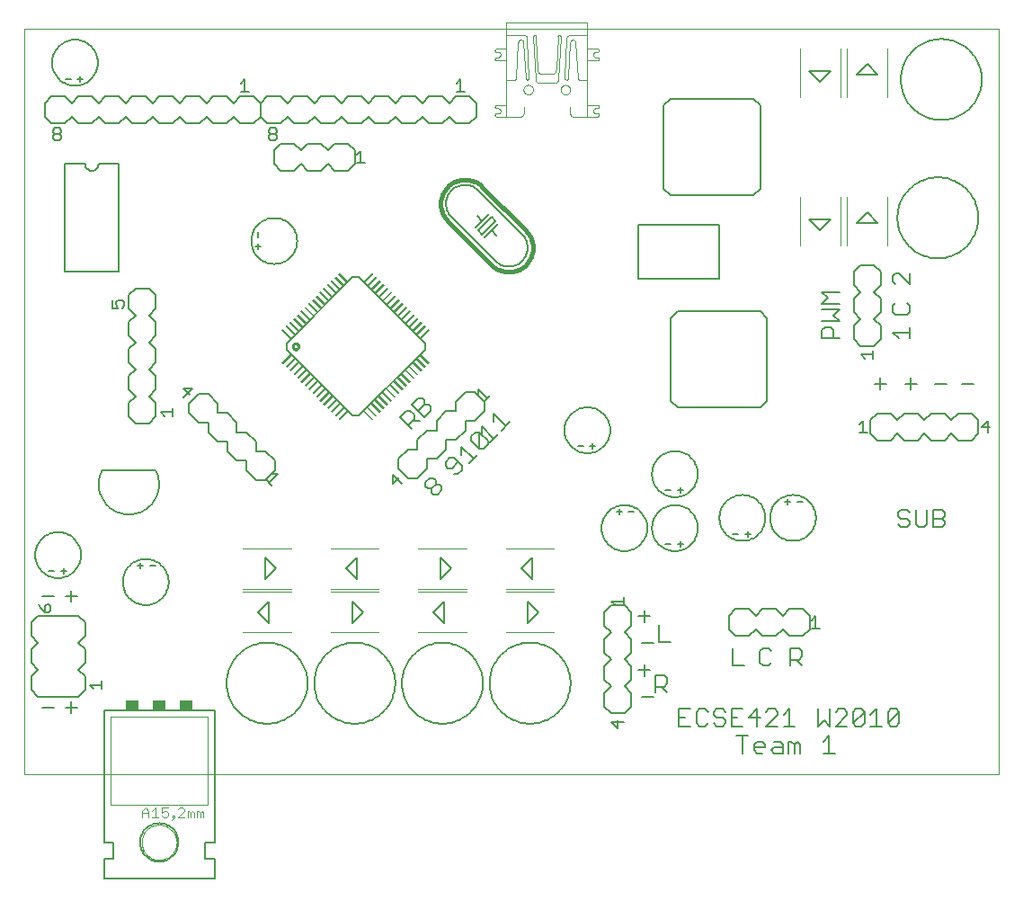
<source format=gto>
G75*
G70*
%OFA0B0*%
%FSLAX24Y24*%
%IPPOS*%
%LPD*%
%AMOC8*
5,1,8,0,0,1.08239X$1,22.5*
%
%ADD10C,0.0000*%
%ADD11C,0.0060*%
%ADD12C,0.0050*%
%ADD13C,0.0020*%
%ADD14C,0.0040*%
%ADD15R,0.0500X0.0350*%
%ADD16C,0.0080*%
%ADD17C,0.0100*%
%ADD18R,0.0472X0.0079*%
%ADD19R,0.0079X0.0472*%
%ADD20C,0.0160*%
D10*
X000786Y004283D02*
X000786Y031905D01*
X036906Y031905D01*
X036906Y004283D01*
X000786Y004283D01*
X005136Y001758D02*
X005138Y001808D01*
X005144Y001858D01*
X005154Y001908D01*
X005167Y001956D01*
X005184Y002004D01*
X005205Y002050D01*
X005229Y002094D01*
X005257Y002136D01*
X005288Y002176D01*
X005322Y002213D01*
X005359Y002248D01*
X005398Y002279D01*
X005439Y002308D01*
X005483Y002333D01*
X005529Y002355D01*
X005576Y002373D01*
X005624Y002387D01*
X005673Y002398D01*
X005723Y002405D01*
X005773Y002408D01*
X005824Y002407D01*
X005874Y002402D01*
X005924Y002393D01*
X005972Y002381D01*
X006020Y002364D01*
X006066Y002344D01*
X006111Y002321D01*
X006154Y002294D01*
X006194Y002264D01*
X006232Y002231D01*
X006267Y002195D01*
X006300Y002156D01*
X006329Y002115D01*
X006355Y002072D01*
X006378Y002027D01*
X006397Y001980D01*
X006412Y001932D01*
X006424Y001883D01*
X006432Y001833D01*
X006436Y001783D01*
X006436Y001733D01*
X006432Y001683D01*
X006424Y001633D01*
X006412Y001584D01*
X006397Y001536D01*
X006378Y001489D01*
X006355Y001444D01*
X006329Y001401D01*
X006300Y001360D01*
X006267Y001321D01*
X006232Y001285D01*
X006194Y001252D01*
X006154Y001222D01*
X006111Y001195D01*
X006066Y001172D01*
X006020Y001152D01*
X005972Y001135D01*
X005924Y001123D01*
X005874Y001114D01*
X005824Y001109D01*
X005773Y001108D01*
X005723Y001111D01*
X005673Y001118D01*
X005624Y001129D01*
X005576Y001143D01*
X005529Y001161D01*
X005483Y001183D01*
X005439Y001208D01*
X005398Y001237D01*
X005359Y001268D01*
X005322Y001303D01*
X005288Y001340D01*
X005257Y001380D01*
X005229Y001422D01*
X005205Y001466D01*
X005184Y001512D01*
X005167Y001560D01*
X005154Y001608D01*
X005144Y001658D01*
X005138Y001708D01*
X005136Y001758D01*
X019295Y029658D02*
X019297Y029684D01*
X019303Y029710D01*
X019313Y029735D01*
X019326Y029758D01*
X019342Y029778D01*
X019362Y029796D01*
X019384Y029811D01*
X019407Y029823D01*
X019433Y029831D01*
X019459Y029835D01*
X019485Y029835D01*
X019511Y029831D01*
X019537Y029823D01*
X019561Y029811D01*
X019582Y029796D01*
X019602Y029778D01*
X019618Y029758D01*
X019631Y029735D01*
X019641Y029710D01*
X019647Y029684D01*
X019649Y029658D01*
X019647Y029632D01*
X019641Y029606D01*
X019631Y029581D01*
X019618Y029558D01*
X019602Y029538D01*
X019582Y029520D01*
X019560Y029505D01*
X019537Y029493D01*
X019511Y029485D01*
X019485Y029481D01*
X019459Y029481D01*
X019433Y029485D01*
X019407Y029493D01*
X019383Y029505D01*
X019362Y029520D01*
X019342Y029538D01*
X019326Y029558D01*
X019313Y029581D01*
X019303Y029606D01*
X019297Y029632D01*
X019295Y029658D01*
X020673Y029658D02*
X020675Y029684D01*
X020681Y029710D01*
X020691Y029735D01*
X020704Y029758D01*
X020720Y029778D01*
X020740Y029796D01*
X020762Y029811D01*
X020785Y029823D01*
X020811Y029831D01*
X020837Y029835D01*
X020863Y029835D01*
X020889Y029831D01*
X020915Y029823D01*
X020939Y029811D01*
X020960Y029796D01*
X020980Y029778D01*
X020996Y029758D01*
X021009Y029735D01*
X021019Y029710D01*
X021025Y029684D01*
X021027Y029658D01*
X021025Y029632D01*
X021019Y029606D01*
X021009Y029581D01*
X020996Y029558D01*
X020980Y029538D01*
X020960Y029520D01*
X020938Y029505D01*
X020915Y029493D01*
X020889Y029485D01*
X020863Y029481D01*
X020837Y029481D01*
X020811Y029485D01*
X020785Y029493D01*
X020761Y029505D01*
X020740Y029520D01*
X020720Y029538D01*
X020704Y029558D01*
X020691Y029581D01*
X020681Y029606D01*
X020675Y029632D01*
X020673Y029658D01*
D11*
X003736Y001158D02*
X003736Y000408D01*
X007836Y000408D01*
X007836Y001158D01*
X007486Y001158D01*
X007486Y001758D01*
X007836Y001758D01*
X007836Y006658D01*
X003736Y006658D01*
X003736Y001758D01*
X004086Y001758D01*
X004086Y001158D01*
X003736Y001158D01*
X005076Y001758D02*
X005078Y001811D01*
X005084Y001864D01*
X005094Y001916D01*
X005108Y001967D01*
X005125Y002017D01*
X005146Y002066D01*
X005171Y002113D01*
X005199Y002158D01*
X005231Y002201D01*
X005266Y002241D01*
X005303Y002278D01*
X005343Y002313D01*
X005386Y002345D01*
X005431Y002373D01*
X005478Y002398D01*
X005527Y002419D01*
X005577Y002436D01*
X005628Y002450D01*
X005680Y002460D01*
X005733Y002466D01*
X005786Y002468D01*
X005839Y002466D01*
X005892Y002460D01*
X005944Y002450D01*
X005995Y002436D01*
X006045Y002419D01*
X006094Y002398D01*
X006141Y002373D01*
X006186Y002345D01*
X006229Y002313D01*
X006269Y002278D01*
X006306Y002241D01*
X006341Y002201D01*
X006373Y002158D01*
X006401Y002113D01*
X006426Y002066D01*
X006447Y002017D01*
X006464Y001967D01*
X006478Y001916D01*
X006488Y001864D01*
X006494Y001811D01*
X006496Y001758D01*
X006494Y001705D01*
X006488Y001652D01*
X006478Y001600D01*
X006464Y001549D01*
X006447Y001499D01*
X006426Y001450D01*
X006401Y001403D01*
X006373Y001358D01*
X006341Y001315D01*
X006306Y001275D01*
X006269Y001238D01*
X006229Y001203D01*
X006186Y001171D01*
X006141Y001143D01*
X006094Y001118D01*
X006045Y001097D01*
X005995Y001080D01*
X005944Y001066D01*
X005892Y001056D01*
X005839Y001050D01*
X005786Y001048D01*
X005733Y001050D01*
X005680Y001056D01*
X005628Y001066D01*
X005577Y001080D01*
X005527Y001097D01*
X005478Y001118D01*
X005431Y001143D01*
X005386Y001171D01*
X005343Y001203D01*
X005303Y001238D01*
X005266Y001275D01*
X005231Y001315D01*
X005199Y001358D01*
X005171Y001403D01*
X005146Y001450D01*
X005125Y001499D01*
X005108Y001549D01*
X005094Y001600D01*
X005084Y001652D01*
X005078Y001705D01*
X005076Y001758D01*
X002530Y006545D02*
X002530Y006972D01*
X002316Y006759D02*
X002743Y006759D01*
X002786Y007158D02*
X003036Y007408D01*
X003036Y007908D01*
X002786Y008158D01*
X003036Y008408D01*
X003036Y008908D01*
X002786Y009158D01*
X003036Y009408D01*
X003036Y009908D01*
X002786Y010158D01*
X001286Y010158D01*
X001036Y009908D01*
X001036Y009408D01*
X001286Y009158D01*
X001036Y008908D01*
X001036Y008408D01*
X001286Y008158D01*
X001036Y007908D01*
X001036Y007408D01*
X001286Y007158D01*
X002786Y007158D01*
X001868Y006759D02*
X001441Y006759D01*
X002530Y010670D02*
X002530Y011097D01*
X002316Y010884D02*
X002743Y010884D01*
X001868Y010884D02*
X001441Y010884D01*
X001686Y011808D02*
X001886Y011808D01*
X002136Y011808D02*
X002336Y011808D01*
X002236Y011908D02*
X002236Y011708D01*
X001186Y012408D02*
X001188Y012466D01*
X001194Y012524D01*
X001204Y012581D01*
X001218Y012637D01*
X001235Y012693D01*
X001256Y012747D01*
X001281Y012799D01*
X001310Y012850D01*
X001342Y012898D01*
X001377Y012944D01*
X001415Y012988D01*
X001456Y013029D01*
X001500Y013067D01*
X001546Y013102D01*
X001594Y013134D01*
X001645Y013163D01*
X001697Y013188D01*
X001751Y013209D01*
X001807Y013226D01*
X001863Y013240D01*
X001920Y013250D01*
X001978Y013256D01*
X002036Y013258D01*
X002094Y013256D01*
X002152Y013250D01*
X002209Y013240D01*
X002265Y013226D01*
X002321Y013209D01*
X002375Y013188D01*
X002427Y013163D01*
X002478Y013134D01*
X002526Y013102D01*
X002572Y013067D01*
X002616Y013029D01*
X002657Y012988D01*
X002695Y012944D01*
X002730Y012898D01*
X002762Y012850D01*
X002791Y012799D01*
X002816Y012747D01*
X002837Y012693D01*
X002854Y012637D01*
X002868Y012581D01*
X002878Y012524D01*
X002884Y012466D01*
X002886Y012408D01*
X002884Y012350D01*
X002878Y012292D01*
X002868Y012235D01*
X002854Y012179D01*
X002837Y012123D01*
X002816Y012069D01*
X002791Y012017D01*
X002762Y011966D01*
X002730Y011918D01*
X002695Y011872D01*
X002657Y011828D01*
X002616Y011787D01*
X002572Y011749D01*
X002526Y011714D01*
X002478Y011682D01*
X002427Y011653D01*
X002375Y011628D01*
X002321Y011607D01*
X002265Y011590D01*
X002209Y011576D01*
X002152Y011566D01*
X002094Y011560D01*
X002036Y011558D01*
X001978Y011560D01*
X001920Y011566D01*
X001863Y011576D01*
X001807Y011590D01*
X001751Y011607D01*
X001697Y011628D01*
X001645Y011653D01*
X001594Y011682D01*
X001546Y011714D01*
X001500Y011749D01*
X001456Y011787D01*
X001415Y011828D01*
X001377Y011872D01*
X001342Y011918D01*
X001310Y011966D01*
X001281Y012017D01*
X001256Y012069D01*
X001235Y012123D01*
X001218Y012179D01*
X001204Y012235D01*
X001194Y012292D01*
X001188Y012350D01*
X001186Y012408D01*
X004986Y012008D02*
X005186Y012008D01*
X005086Y011908D02*
X005086Y012108D01*
X005436Y012008D02*
X005636Y012008D01*
X004436Y011408D02*
X004438Y011466D01*
X004444Y011524D01*
X004454Y011581D01*
X004468Y011637D01*
X004485Y011693D01*
X004506Y011747D01*
X004531Y011799D01*
X004560Y011850D01*
X004592Y011898D01*
X004627Y011944D01*
X004665Y011988D01*
X004706Y012029D01*
X004750Y012067D01*
X004796Y012102D01*
X004844Y012134D01*
X004895Y012163D01*
X004947Y012188D01*
X005001Y012209D01*
X005057Y012226D01*
X005113Y012240D01*
X005170Y012250D01*
X005228Y012256D01*
X005286Y012258D01*
X005344Y012256D01*
X005402Y012250D01*
X005459Y012240D01*
X005515Y012226D01*
X005571Y012209D01*
X005625Y012188D01*
X005677Y012163D01*
X005728Y012134D01*
X005776Y012102D01*
X005822Y012067D01*
X005866Y012029D01*
X005907Y011988D01*
X005945Y011944D01*
X005980Y011898D01*
X006012Y011850D01*
X006041Y011799D01*
X006066Y011747D01*
X006087Y011693D01*
X006104Y011637D01*
X006118Y011581D01*
X006128Y011524D01*
X006134Y011466D01*
X006136Y011408D01*
X006134Y011350D01*
X006128Y011292D01*
X006118Y011235D01*
X006104Y011179D01*
X006087Y011123D01*
X006066Y011069D01*
X006041Y011017D01*
X006012Y010966D01*
X005980Y010918D01*
X005945Y010872D01*
X005907Y010828D01*
X005866Y010787D01*
X005822Y010749D01*
X005776Y010714D01*
X005728Y010682D01*
X005677Y010653D01*
X005625Y010628D01*
X005571Y010607D01*
X005515Y010590D01*
X005459Y010576D01*
X005402Y010566D01*
X005344Y010560D01*
X005286Y010558D01*
X005228Y010560D01*
X005170Y010566D01*
X005113Y010576D01*
X005057Y010590D01*
X005001Y010607D01*
X004947Y010628D01*
X004895Y010653D01*
X004844Y010682D01*
X004796Y010714D01*
X004750Y010749D01*
X004706Y010787D01*
X004665Y010828D01*
X004627Y010872D01*
X004592Y010918D01*
X004560Y010966D01*
X004531Y011017D01*
X004506Y011069D01*
X004485Y011123D01*
X004468Y011179D01*
X004454Y011235D01*
X004444Y011292D01*
X004438Y011350D01*
X004436Y011408D01*
X009015Y015546D02*
X009015Y015900D01*
X008661Y015900D01*
X008308Y016253D01*
X008308Y016607D01*
X007954Y016607D01*
X007600Y016960D01*
X007600Y017314D01*
X007247Y017314D01*
X006893Y017667D01*
X006893Y018021D01*
X007247Y018374D01*
X007600Y018374D01*
X007954Y018021D01*
X007954Y017667D01*
X008308Y017667D01*
X008661Y017314D01*
X008661Y016960D01*
X009015Y016960D01*
X009368Y016607D01*
X009368Y016253D01*
X009722Y016253D01*
X010075Y015900D01*
X010075Y015546D01*
X009722Y015192D01*
X009368Y015192D01*
X009015Y015546D01*
X005661Y017533D02*
X005661Y018033D01*
X005411Y018283D01*
X005661Y018533D01*
X005661Y019033D01*
X005411Y019283D01*
X005661Y019533D01*
X005661Y020033D01*
X005411Y020283D01*
X005661Y020533D01*
X005661Y021033D01*
X005411Y021283D01*
X005661Y021533D01*
X005661Y022033D01*
X005411Y022283D01*
X004911Y022283D01*
X004661Y022033D01*
X004661Y021533D01*
X004911Y021283D01*
X004661Y021033D01*
X004661Y020533D01*
X004911Y020283D01*
X004661Y020033D01*
X004661Y019533D01*
X004911Y019283D01*
X004661Y019033D01*
X004661Y018533D01*
X004911Y018283D01*
X004661Y018033D01*
X004661Y017533D01*
X004911Y017283D01*
X005411Y017283D01*
X005661Y017533D01*
X004286Y022908D02*
X002286Y022908D01*
X002286Y026908D01*
X003036Y026908D01*
X003038Y026878D01*
X003043Y026848D01*
X003052Y026819D01*
X003065Y026792D01*
X003080Y026766D01*
X003099Y026742D01*
X003120Y026721D01*
X003144Y026702D01*
X003170Y026687D01*
X003197Y026674D01*
X003226Y026665D01*
X003256Y026660D01*
X003286Y026658D01*
X003316Y026660D01*
X003346Y026665D01*
X003375Y026674D01*
X003402Y026687D01*
X003428Y026702D01*
X003452Y026721D01*
X003473Y026742D01*
X003492Y026766D01*
X003507Y026792D01*
X003520Y026819D01*
X003529Y026848D01*
X003534Y026878D01*
X003536Y026908D01*
X004286Y026908D01*
X004286Y022908D01*
X009351Y023849D02*
X009551Y023849D01*
X009451Y023749D02*
X009451Y023949D01*
X009451Y024199D02*
X009451Y024399D01*
X009201Y024049D02*
X009203Y024107D01*
X009209Y024165D01*
X009219Y024222D01*
X009233Y024278D01*
X009250Y024334D01*
X009271Y024388D01*
X009296Y024440D01*
X009325Y024491D01*
X009357Y024539D01*
X009392Y024585D01*
X009430Y024629D01*
X009471Y024670D01*
X009515Y024708D01*
X009561Y024743D01*
X009609Y024775D01*
X009660Y024804D01*
X009712Y024829D01*
X009766Y024850D01*
X009822Y024867D01*
X009878Y024881D01*
X009935Y024891D01*
X009993Y024897D01*
X010051Y024899D01*
X010109Y024897D01*
X010167Y024891D01*
X010224Y024881D01*
X010280Y024867D01*
X010336Y024850D01*
X010390Y024829D01*
X010442Y024804D01*
X010493Y024775D01*
X010541Y024743D01*
X010587Y024708D01*
X010631Y024670D01*
X010672Y024629D01*
X010710Y024585D01*
X010745Y024539D01*
X010777Y024491D01*
X010806Y024440D01*
X010831Y024388D01*
X010852Y024334D01*
X010869Y024278D01*
X010883Y024222D01*
X010893Y024165D01*
X010899Y024107D01*
X010901Y024049D01*
X010899Y023991D01*
X010893Y023933D01*
X010883Y023876D01*
X010869Y023820D01*
X010852Y023764D01*
X010831Y023710D01*
X010806Y023658D01*
X010777Y023607D01*
X010745Y023559D01*
X010710Y023513D01*
X010672Y023469D01*
X010631Y023428D01*
X010587Y023390D01*
X010541Y023355D01*
X010493Y023323D01*
X010442Y023294D01*
X010390Y023269D01*
X010336Y023248D01*
X010280Y023231D01*
X010224Y023217D01*
X010167Y023207D01*
X010109Y023201D01*
X010051Y023199D01*
X009993Y023201D01*
X009935Y023207D01*
X009878Y023217D01*
X009822Y023231D01*
X009766Y023248D01*
X009712Y023269D01*
X009660Y023294D01*
X009609Y023323D01*
X009561Y023355D01*
X009515Y023390D01*
X009471Y023428D01*
X009430Y023469D01*
X009392Y023513D01*
X009357Y023559D01*
X009325Y023607D01*
X009296Y023658D01*
X009271Y023710D01*
X009250Y023764D01*
X009233Y023820D01*
X009219Y023876D01*
X009209Y023933D01*
X009203Y023991D01*
X009201Y024049D01*
X010286Y026658D02*
X010036Y026908D01*
X010036Y027408D01*
X010286Y027658D01*
X010786Y027658D01*
X011036Y027408D01*
X011286Y027658D01*
X011786Y027658D01*
X012036Y027408D01*
X012286Y027658D01*
X012786Y027658D01*
X013036Y027408D01*
X013036Y026908D01*
X012786Y026658D01*
X012286Y026658D01*
X012036Y026908D01*
X011786Y026658D01*
X011286Y026658D01*
X011036Y026908D01*
X010786Y026658D01*
X010286Y026658D01*
X010286Y028408D02*
X009786Y028408D01*
X009536Y028658D01*
X009536Y029158D01*
X009786Y029408D01*
X010286Y029408D01*
X010536Y029158D01*
X010786Y029408D01*
X011286Y029408D01*
X011536Y029158D01*
X011786Y029408D01*
X012286Y029408D01*
X012536Y029158D01*
X012786Y029408D01*
X013286Y029408D01*
X013536Y029158D01*
X013786Y029408D01*
X014286Y029408D01*
X014536Y029158D01*
X014786Y029408D01*
X015286Y029408D01*
X015536Y029158D01*
X015786Y029408D01*
X016286Y029408D01*
X016536Y029158D01*
X016786Y029408D01*
X017286Y029408D01*
X017536Y029158D01*
X017536Y028658D01*
X017286Y028408D01*
X016786Y028408D01*
X016536Y028658D01*
X016286Y028408D01*
X015786Y028408D01*
X015536Y028658D01*
X015286Y028408D01*
X014786Y028408D01*
X014536Y028658D01*
X014286Y028408D01*
X013786Y028408D01*
X013536Y028658D01*
X013286Y028408D01*
X012786Y028408D01*
X012536Y028658D01*
X012286Y028408D01*
X011786Y028408D01*
X011536Y028658D01*
X011286Y028408D01*
X010786Y028408D01*
X010536Y028658D01*
X010286Y028408D01*
X009536Y028658D02*
X009286Y028408D01*
X008786Y028408D01*
X008536Y028658D01*
X008286Y028408D01*
X007786Y028408D01*
X007536Y028658D01*
X007286Y028408D01*
X006786Y028408D01*
X006536Y028658D01*
X006286Y028408D01*
X005786Y028408D01*
X005536Y028658D01*
X005286Y028408D01*
X004786Y028408D01*
X004536Y028658D01*
X004286Y028408D01*
X003786Y028408D01*
X003536Y028658D01*
X003286Y028408D01*
X002786Y028408D01*
X002536Y028658D01*
X002286Y028408D01*
X001786Y028408D01*
X001536Y028658D01*
X001536Y029158D01*
X001786Y029408D01*
X002286Y029408D01*
X002536Y029158D01*
X002786Y029408D01*
X003286Y029408D01*
X003536Y029158D01*
X003786Y029408D01*
X004286Y029408D01*
X004536Y029158D01*
X004786Y029408D01*
X005286Y029408D01*
X005536Y029158D01*
X005786Y029408D01*
X006286Y029408D01*
X006536Y029158D01*
X006786Y029408D01*
X007286Y029408D01*
X007536Y029158D01*
X007786Y029408D01*
X008286Y029408D01*
X008536Y029158D01*
X008786Y029408D01*
X009286Y029408D01*
X009536Y029158D01*
X009536Y028658D01*
X002961Y030058D02*
X002761Y030058D01*
X002861Y030158D02*
X002861Y029958D01*
X002511Y030058D02*
X002311Y030058D01*
X001811Y030658D02*
X001813Y030716D01*
X001819Y030774D01*
X001829Y030831D01*
X001843Y030887D01*
X001860Y030943D01*
X001881Y030997D01*
X001906Y031049D01*
X001935Y031100D01*
X001967Y031148D01*
X002002Y031194D01*
X002040Y031238D01*
X002081Y031279D01*
X002125Y031317D01*
X002171Y031352D01*
X002219Y031384D01*
X002270Y031413D01*
X002322Y031438D01*
X002376Y031459D01*
X002432Y031476D01*
X002488Y031490D01*
X002545Y031500D01*
X002603Y031506D01*
X002661Y031508D01*
X002719Y031506D01*
X002777Y031500D01*
X002834Y031490D01*
X002890Y031476D01*
X002946Y031459D01*
X003000Y031438D01*
X003052Y031413D01*
X003103Y031384D01*
X003151Y031352D01*
X003197Y031317D01*
X003241Y031279D01*
X003282Y031238D01*
X003320Y031194D01*
X003355Y031148D01*
X003387Y031100D01*
X003416Y031049D01*
X003441Y030997D01*
X003462Y030943D01*
X003479Y030887D01*
X003493Y030831D01*
X003503Y030774D01*
X003509Y030716D01*
X003511Y030658D01*
X003509Y030600D01*
X003503Y030542D01*
X003493Y030485D01*
X003479Y030429D01*
X003462Y030373D01*
X003441Y030319D01*
X003416Y030267D01*
X003387Y030216D01*
X003355Y030168D01*
X003320Y030122D01*
X003282Y030078D01*
X003241Y030037D01*
X003197Y029999D01*
X003151Y029964D01*
X003103Y029932D01*
X003052Y029903D01*
X003000Y029878D01*
X002946Y029857D01*
X002890Y029840D01*
X002834Y029826D01*
X002777Y029816D01*
X002719Y029810D01*
X002661Y029808D01*
X002603Y029810D01*
X002545Y029816D01*
X002488Y029826D01*
X002432Y029840D01*
X002376Y029857D01*
X002322Y029878D01*
X002270Y029903D01*
X002219Y029932D01*
X002171Y029964D01*
X002125Y029999D01*
X002081Y030037D01*
X002040Y030078D01*
X002002Y030122D01*
X001967Y030168D01*
X001935Y030216D01*
X001906Y030267D01*
X001881Y030319D01*
X001860Y030373D01*
X001843Y030429D01*
X001829Y030485D01*
X001819Y030542D01*
X001813Y030600D01*
X001811Y030658D01*
X015164Y017984D02*
X015390Y018211D01*
X015541Y018211D01*
X015617Y018135D01*
X015617Y017984D01*
X015390Y017758D01*
X015237Y017604D02*
X015237Y017453D01*
X015010Y017227D01*
X015161Y017378D02*
X015463Y017378D01*
X015617Y017532D02*
X015843Y017758D01*
X015843Y017909D01*
X015768Y017984D01*
X015617Y017984D01*
X015617Y017532D02*
X015164Y017984D01*
X015086Y017755D02*
X014935Y017755D01*
X014708Y017529D01*
X015161Y017076D01*
X015366Y016674D02*
X015719Y017027D01*
X016073Y017027D01*
X016073Y017381D01*
X016426Y017734D01*
X016780Y017734D01*
X016780Y018088D01*
X017133Y018441D01*
X017487Y018441D01*
X017841Y018088D01*
X017841Y017734D01*
X017487Y017381D01*
X017133Y017381D01*
X017133Y017027D01*
X016780Y016674D01*
X016426Y016674D01*
X016426Y016320D01*
X016073Y015967D01*
X015719Y015967D01*
X015719Y015613D01*
X015366Y015259D01*
X015012Y015259D01*
X014659Y015613D01*
X014659Y015967D01*
X015012Y016320D01*
X015366Y016320D01*
X015366Y016674D01*
X015237Y017604D02*
X015086Y017755D01*
X016560Y016005D02*
X016409Y015854D01*
X016409Y015703D01*
X016484Y015628D01*
X016635Y015628D01*
X016862Y015854D01*
X017013Y015703D02*
X016711Y016005D01*
X016560Y016005D01*
X016984Y016128D02*
X016984Y016430D01*
X017437Y015977D01*
X017286Y015826D02*
X017588Y016128D01*
X017666Y016357D02*
X017666Y016961D01*
X017968Y016659D01*
X017968Y016508D01*
X017817Y016357D01*
X017666Y016357D01*
X017364Y016659D01*
X017364Y016810D01*
X017515Y016961D01*
X017666Y016961D01*
X017734Y016878D02*
X017734Y017180D01*
X018187Y016727D01*
X018036Y016576D02*
X018338Y016878D01*
X018492Y017032D02*
X018794Y017334D01*
X018643Y017183D02*
X018190Y017635D01*
X018190Y017334D01*
X017013Y015703D02*
X017013Y015552D01*
X016862Y015401D01*
X016711Y015401D01*
X016263Y014953D02*
X016263Y014802D01*
X016112Y014651D01*
X015961Y014651D01*
X015885Y014727D01*
X015885Y014878D01*
X016036Y015029D01*
X016187Y015029D01*
X016263Y014953D01*
X016036Y015029D02*
X016036Y015180D01*
X015961Y015255D01*
X015810Y015255D01*
X015659Y015104D01*
X015659Y014953D01*
X015734Y014878D01*
X015885Y014878D01*
X021311Y016433D02*
X021511Y016433D01*
X021761Y016433D02*
X021961Y016433D01*
X021861Y016533D02*
X021861Y016333D01*
X020811Y017033D02*
X020813Y017091D01*
X020819Y017149D01*
X020829Y017206D01*
X020843Y017262D01*
X020860Y017318D01*
X020881Y017372D01*
X020906Y017424D01*
X020935Y017475D01*
X020967Y017523D01*
X021002Y017569D01*
X021040Y017613D01*
X021081Y017654D01*
X021125Y017692D01*
X021171Y017727D01*
X021219Y017759D01*
X021270Y017788D01*
X021322Y017813D01*
X021376Y017834D01*
X021432Y017851D01*
X021488Y017865D01*
X021545Y017875D01*
X021603Y017881D01*
X021661Y017883D01*
X021719Y017881D01*
X021777Y017875D01*
X021834Y017865D01*
X021890Y017851D01*
X021946Y017834D01*
X022000Y017813D01*
X022052Y017788D01*
X022103Y017759D01*
X022151Y017727D01*
X022197Y017692D01*
X022241Y017654D01*
X022282Y017613D01*
X022320Y017569D01*
X022355Y017523D01*
X022387Y017475D01*
X022416Y017424D01*
X022441Y017372D01*
X022462Y017318D01*
X022479Y017262D01*
X022493Y017206D01*
X022503Y017149D01*
X022509Y017091D01*
X022511Y017033D01*
X022509Y016975D01*
X022503Y016917D01*
X022493Y016860D01*
X022479Y016804D01*
X022462Y016748D01*
X022441Y016694D01*
X022416Y016642D01*
X022387Y016591D01*
X022355Y016543D01*
X022320Y016497D01*
X022282Y016453D01*
X022241Y016412D01*
X022197Y016374D01*
X022151Y016339D01*
X022103Y016307D01*
X022052Y016278D01*
X022000Y016253D01*
X021946Y016232D01*
X021890Y016215D01*
X021834Y016201D01*
X021777Y016191D01*
X021719Y016185D01*
X021661Y016183D01*
X021603Y016185D01*
X021545Y016191D01*
X021488Y016201D01*
X021432Y016215D01*
X021376Y016232D01*
X021322Y016253D01*
X021270Y016278D01*
X021219Y016307D01*
X021171Y016339D01*
X021125Y016374D01*
X021081Y016412D01*
X021040Y016453D01*
X021002Y016497D01*
X020967Y016543D01*
X020935Y016591D01*
X020906Y016642D01*
X020881Y016694D01*
X020860Y016748D01*
X020843Y016804D01*
X020829Y016860D01*
X020819Y016917D01*
X020813Y016975D01*
X020811Y017033D01*
X022836Y014108D02*
X022836Y013908D01*
X022736Y014008D02*
X022936Y014008D01*
X023186Y014008D02*
X023386Y014008D01*
X022186Y013408D02*
X022188Y013466D01*
X022194Y013524D01*
X022204Y013581D01*
X022218Y013637D01*
X022235Y013693D01*
X022256Y013747D01*
X022281Y013799D01*
X022310Y013850D01*
X022342Y013898D01*
X022377Y013944D01*
X022415Y013988D01*
X022456Y014029D01*
X022500Y014067D01*
X022546Y014102D01*
X022594Y014134D01*
X022645Y014163D01*
X022697Y014188D01*
X022751Y014209D01*
X022807Y014226D01*
X022863Y014240D01*
X022920Y014250D01*
X022978Y014256D01*
X023036Y014258D01*
X023094Y014256D01*
X023152Y014250D01*
X023209Y014240D01*
X023265Y014226D01*
X023321Y014209D01*
X023375Y014188D01*
X023427Y014163D01*
X023478Y014134D01*
X023526Y014102D01*
X023572Y014067D01*
X023616Y014029D01*
X023657Y013988D01*
X023695Y013944D01*
X023730Y013898D01*
X023762Y013850D01*
X023791Y013799D01*
X023816Y013747D01*
X023837Y013693D01*
X023854Y013637D01*
X023868Y013581D01*
X023878Y013524D01*
X023884Y013466D01*
X023886Y013408D01*
X023884Y013350D01*
X023878Y013292D01*
X023868Y013235D01*
X023854Y013179D01*
X023837Y013123D01*
X023816Y013069D01*
X023791Y013017D01*
X023762Y012966D01*
X023730Y012918D01*
X023695Y012872D01*
X023657Y012828D01*
X023616Y012787D01*
X023572Y012749D01*
X023526Y012714D01*
X023478Y012682D01*
X023427Y012653D01*
X023375Y012628D01*
X023321Y012607D01*
X023265Y012590D01*
X023209Y012576D01*
X023152Y012566D01*
X023094Y012560D01*
X023036Y012558D01*
X022978Y012560D01*
X022920Y012566D01*
X022863Y012576D01*
X022807Y012590D01*
X022751Y012607D01*
X022697Y012628D01*
X022645Y012653D01*
X022594Y012682D01*
X022546Y012714D01*
X022500Y012749D01*
X022456Y012787D01*
X022415Y012828D01*
X022377Y012872D01*
X022342Y012918D01*
X022310Y012966D01*
X022281Y013017D01*
X022256Y013069D01*
X022235Y013123D01*
X022218Y013179D01*
X022204Y013235D01*
X022194Y013292D01*
X022188Y013350D01*
X022186Y013408D01*
X024561Y012808D02*
X024761Y012808D01*
X025011Y012808D02*
X025211Y012808D01*
X025111Y012908D02*
X025111Y012708D01*
X024061Y013408D02*
X024063Y013466D01*
X024069Y013524D01*
X024079Y013581D01*
X024093Y013637D01*
X024110Y013693D01*
X024131Y013747D01*
X024156Y013799D01*
X024185Y013850D01*
X024217Y013898D01*
X024252Y013944D01*
X024290Y013988D01*
X024331Y014029D01*
X024375Y014067D01*
X024421Y014102D01*
X024469Y014134D01*
X024520Y014163D01*
X024572Y014188D01*
X024626Y014209D01*
X024682Y014226D01*
X024738Y014240D01*
X024795Y014250D01*
X024853Y014256D01*
X024911Y014258D01*
X024969Y014256D01*
X025027Y014250D01*
X025084Y014240D01*
X025140Y014226D01*
X025196Y014209D01*
X025250Y014188D01*
X025302Y014163D01*
X025353Y014134D01*
X025401Y014102D01*
X025447Y014067D01*
X025491Y014029D01*
X025532Y013988D01*
X025570Y013944D01*
X025605Y013898D01*
X025637Y013850D01*
X025666Y013799D01*
X025691Y013747D01*
X025712Y013693D01*
X025729Y013637D01*
X025743Y013581D01*
X025753Y013524D01*
X025759Y013466D01*
X025761Y013408D01*
X025759Y013350D01*
X025753Y013292D01*
X025743Y013235D01*
X025729Y013179D01*
X025712Y013123D01*
X025691Y013069D01*
X025666Y013017D01*
X025637Y012966D01*
X025605Y012918D01*
X025570Y012872D01*
X025532Y012828D01*
X025491Y012787D01*
X025447Y012749D01*
X025401Y012714D01*
X025353Y012682D01*
X025302Y012653D01*
X025250Y012628D01*
X025196Y012607D01*
X025140Y012590D01*
X025084Y012576D01*
X025027Y012566D01*
X024969Y012560D01*
X024911Y012558D01*
X024853Y012560D01*
X024795Y012566D01*
X024738Y012576D01*
X024682Y012590D01*
X024626Y012607D01*
X024572Y012628D01*
X024520Y012653D01*
X024469Y012682D01*
X024421Y012714D01*
X024375Y012749D01*
X024331Y012787D01*
X024290Y012828D01*
X024252Y012872D01*
X024217Y012918D01*
X024185Y012966D01*
X024156Y013017D01*
X024131Y013069D01*
X024110Y013123D01*
X024093Y013179D01*
X024079Y013235D01*
X024069Y013292D01*
X024063Y013350D01*
X024061Y013408D01*
X024561Y014808D02*
X024761Y014808D01*
X025011Y014808D02*
X025211Y014808D01*
X025111Y014908D02*
X025111Y014708D01*
X024061Y015408D02*
X024063Y015466D01*
X024069Y015524D01*
X024079Y015581D01*
X024093Y015637D01*
X024110Y015693D01*
X024131Y015747D01*
X024156Y015799D01*
X024185Y015850D01*
X024217Y015898D01*
X024252Y015944D01*
X024290Y015988D01*
X024331Y016029D01*
X024375Y016067D01*
X024421Y016102D01*
X024469Y016134D01*
X024520Y016163D01*
X024572Y016188D01*
X024626Y016209D01*
X024682Y016226D01*
X024738Y016240D01*
X024795Y016250D01*
X024853Y016256D01*
X024911Y016258D01*
X024969Y016256D01*
X025027Y016250D01*
X025084Y016240D01*
X025140Y016226D01*
X025196Y016209D01*
X025250Y016188D01*
X025302Y016163D01*
X025353Y016134D01*
X025401Y016102D01*
X025447Y016067D01*
X025491Y016029D01*
X025532Y015988D01*
X025570Y015944D01*
X025605Y015898D01*
X025637Y015850D01*
X025666Y015799D01*
X025691Y015747D01*
X025712Y015693D01*
X025729Y015637D01*
X025743Y015581D01*
X025753Y015524D01*
X025759Y015466D01*
X025761Y015408D01*
X025759Y015350D01*
X025753Y015292D01*
X025743Y015235D01*
X025729Y015179D01*
X025712Y015123D01*
X025691Y015069D01*
X025666Y015017D01*
X025637Y014966D01*
X025605Y014918D01*
X025570Y014872D01*
X025532Y014828D01*
X025491Y014787D01*
X025447Y014749D01*
X025401Y014714D01*
X025353Y014682D01*
X025302Y014653D01*
X025250Y014628D01*
X025196Y014607D01*
X025140Y014590D01*
X025084Y014576D01*
X025027Y014566D01*
X024969Y014560D01*
X024911Y014558D01*
X024853Y014560D01*
X024795Y014566D01*
X024738Y014576D01*
X024682Y014590D01*
X024626Y014607D01*
X024572Y014628D01*
X024520Y014653D01*
X024469Y014682D01*
X024421Y014714D01*
X024375Y014749D01*
X024331Y014787D01*
X024290Y014828D01*
X024252Y014872D01*
X024217Y014918D01*
X024185Y014966D01*
X024156Y015017D01*
X024131Y015069D01*
X024110Y015123D01*
X024093Y015179D01*
X024079Y015235D01*
X024069Y015292D01*
X024063Y015350D01*
X024061Y015408D01*
X027061Y013183D02*
X027261Y013183D01*
X027511Y013183D02*
X027711Y013183D01*
X027611Y013283D02*
X027611Y013083D01*
X026561Y013783D02*
X026563Y013841D01*
X026569Y013899D01*
X026579Y013956D01*
X026593Y014012D01*
X026610Y014068D01*
X026631Y014122D01*
X026656Y014174D01*
X026685Y014225D01*
X026717Y014273D01*
X026752Y014319D01*
X026790Y014363D01*
X026831Y014404D01*
X026875Y014442D01*
X026921Y014477D01*
X026969Y014509D01*
X027020Y014538D01*
X027072Y014563D01*
X027126Y014584D01*
X027182Y014601D01*
X027238Y014615D01*
X027295Y014625D01*
X027353Y014631D01*
X027411Y014633D01*
X027469Y014631D01*
X027527Y014625D01*
X027584Y014615D01*
X027640Y014601D01*
X027696Y014584D01*
X027750Y014563D01*
X027802Y014538D01*
X027853Y014509D01*
X027901Y014477D01*
X027947Y014442D01*
X027991Y014404D01*
X028032Y014363D01*
X028070Y014319D01*
X028105Y014273D01*
X028137Y014225D01*
X028166Y014174D01*
X028191Y014122D01*
X028212Y014068D01*
X028229Y014012D01*
X028243Y013956D01*
X028253Y013899D01*
X028259Y013841D01*
X028261Y013783D01*
X028259Y013725D01*
X028253Y013667D01*
X028243Y013610D01*
X028229Y013554D01*
X028212Y013498D01*
X028191Y013444D01*
X028166Y013392D01*
X028137Y013341D01*
X028105Y013293D01*
X028070Y013247D01*
X028032Y013203D01*
X027991Y013162D01*
X027947Y013124D01*
X027901Y013089D01*
X027853Y013057D01*
X027802Y013028D01*
X027750Y013003D01*
X027696Y012982D01*
X027640Y012965D01*
X027584Y012951D01*
X027527Y012941D01*
X027469Y012935D01*
X027411Y012933D01*
X027353Y012935D01*
X027295Y012941D01*
X027238Y012951D01*
X027182Y012965D01*
X027126Y012982D01*
X027072Y013003D01*
X027020Y013028D01*
X026969Y013057D01*
X026921Y013089D01*
X026875Y013124D01*
X026831Y013162D01*
X026790Y013203D01*
X026752Y013247D01*
X026717Y013293D01*
X026685Y013341D01*
X026656Y013392D01*
X026631Y013444D01*
X026610Y013498D01*
X026593Y013554D01*
X026579Y013610D01*
X026569Y013667D01*
X026563Y013725D01*
X026561Y013783D01*
X028986Y014383D02*
X029186Y014383D01*
X029086Y014283D02*
X029086Y014483D01*
X029436Y014383D02*
X029636Y014383D01*
X028436Y013783D02*
X028438Y013841D01*
X028444Y013899D01*
X028454Y013956D01*
X028468Y014012D01*
X028485Y014068D01*
X028506Y014122D01*
X028531Y014174D01*
X028560Y014225D01*
X028592Y014273D01*
X028627Y014319D01*
X028665Y014363D01*
X028706Y014404D01*
X028750Y014442D01*
X028796Y014477D01*
X028844Y014509D01*
X028895Y014538D01*
X028947Y014563D01*
X029001Y014584D01*
X029057Y014601D01*
X029113Y014615D01*
X029170Y014625D01*
X029228Y014631D01*
X029286Y014633D01*
X029344Y014631D01*
X029402Y014625D01*
X029459Y014615D01*
X029515Y014601D01*
X029571Y014584D01*
X029625Y014563D01*
X029677Y014538D01*
X029728Y014509D01*
X029776Y014477D01*
X029822Y014442D01*
X029866Y014404D01*
X029907Y014363D01*
X029945Y014319D01*
X029980Y014273D01*
X030012Y014225D01*
X030041Y014174D01*
X030066Y014122D01*
X030087Y014068D01*
X030104Y014012D01*
X030118Y013956D01*
X030128Y013899D01*
X030134Y013841D01*
X030136Y013783D01*
X030134Y013725D01*
X030128Y013667D01*
X030118Y013610D01*
X030104Y013554D01*
X030087Y013498D01*
X030066Y013444D01*
X030041Y013392D01*
X030012Y013341D01*
X029980Y013293D01*
X029945Y013247D01*
X029907Y013203D01*
X029866Y013162D01*
X029822Y013124D01*
X029776Y013089D01*
X029728Y013057D01*
X029677Y013028D01*
X029625Y013003D01*
X029571Y012982D01*
X029515Y012965D01*
X029459Y012951D01*
X029402Y012941D01*
X029344Y012935D01*
X029286Y012933D01*
X029228Y012935D01*
X029170Y012941D01*
X029113Y012951D01*
X029057Y012965D01*
X029001Y012982D01*
X028947Y013003D01*
X028895Y013028D01*
X028844Y013057D01*
X028796Y013089D01*
X028750Y013124D01*
X028706Y013162D01*
X028665Y013203D01*
X028627Y013247D01*
X028592Y013293D01*
X028560Y013341D01*
X028531Y013392D01*
X028506Y013444D01*
X028485Y013498D01*
X028468Y013554D01*
X028454Y013610D01*
X028444Y013667D01*
X028438Y013725D01*
X028436Y013783D01*
X028661Y010408D02*
X028161Y010408D01*
X027911Y010158D01*
X027661Y010408D01*
X027161Y010408D01*
X026911Y010158D01*
X026911Y009658D01*
X027161Y009408D01*
X027661Y009408D01*
X027911Y009658D01*
X028161Y009408D01*
X028661Y009408D01*
X028911Y009658D01*
X029161Y009408D01*
X029661Y009408D01*
X029911Y009658D01*
X029911Y010158D01*
X029661Y010408D01*
X029161Y010408D01*
X028911Y010158D01*
X028661Y010408D01*
X028386Y008954D02*
X028173Y008954D01*
X028066Y008847D01*
X028066Y008420D01*
X028173Y008313D01*
X028386Y008313D01*
X028493Y008420D01*
X028493Y008847D02*
X028386Y008954D01*
X029191Y008954D02*
X029191Y008313D01*
X029191Y008527D02*
X029511Y008527D01*
X029618Y008634D01*
X029618Y008847D01*
X029511Y008954D01*
X029191Y008954D01*
X029405Y008527D02*
X029618Y008313D01*
X029147Y006704D02*
X028933Y006490D01*
X028716Y006490D02*
X028716Y006597D01*
X028609Y006704D01*
X028396Y006704D01*
X028289Y006597D01*
X028071Y006384D02*
X027644Y006384D01*
X027964Y006704D01*
X027964Y006063D01*
X028289Y006063D02*
X028716Y006490D01*
X029147Y006704D02*
X029147Y006063D01*
X029360Y006063D02*
X028933Y006063D01*
X028716Y006063D02*
X028289Y006063D01*
X028156Y005490D02*
X028263Y005384D01*
X028263Y005277D01*
X027836Y005277D01*
X027836Y005384D02*
X027942Y005490D01*
X028156Y005490D01*
X027836Y005384D02*
X027836Y005170D01*
X027942Y005063D01*
X028156Y005063D01*
X028480Y005170D02*
X028587Y005277D01*
X028907Y005277D01*
X028907Y005384D02*
X028907Y005063D01*
X028587Y005063D01*
X028480Y005170D01*
X028587Y005490D02*
X028800Y005490D01*
X028907Y005384D01*
X029125Y005490D02*
X029125Y005063D01*
X029338Y005063D02*
X029338Y005384D01*
X029445Y005490D01*
X029552Y005384D01*
X029552Y005063D01*
X029338Y005384D02*
X029231Y005490D01*
X029125Y005490D01*
X030222Y006063D02*
X030222Y006704D01*
X030649Y006704D02*
X030649Y006063D01*
X030436Y006277D01*
X030222Y006063D01*
X030627Y005704D02*
X030414Y005490D01*
X030627Y005704D02*
X030627Y005063D01*
X030414Y005063D02*
X030841Y005063D01*
X030867Y006063D02*
X031294Y006490D01*
X031294Y006597D01*
X031187Y006704D01*
X030974Y006704D01*
X030867Y006597D01*
X031511Y006597D02*
X031511Y006170D01*
X031938Y006597D01*
X031938Y006170D01*
X031832Y006063D01*
X031618Y006063D01*
X031511Y006170D01*
X031294Y006063D02*
X030867Y006063D01*
X031511Y006597D02*
X031618Y006704D01*
X031832Y006704D01*
X031938Y006597D01*
X032156Y006490D02*
X032369Y006704D01*
X032369Y006063D01*
X032156Y006063D02*
X032583Y006063D01*
X032800Y006170D02*
X033227Y006597D01*
X033227Y006170D01*
X033121Y006063D01*
X032907Y006063D01*
X032800Y006170D01*
X032800Y006597D01*
X032907Y006704D01*
X033121Y006704D01*
X033227Y006597D01*
X027618Y005704D02*
X027191Y005704D01*
X027405Y005704D02*
X027405Y005063D01*
X027427Y006063D02*
X027000Y006063D01*
X027000Y006704D01*
X027427Y006704D01*
X027213Y006384D02*
X027000Y006384D01*
X026782Y006277D02*
X026782Y006170D01*
X026675Y006063D01*
X026462Y006063D01*
X026355Y006170D01*
X026138Y006170D02*
X026031Y006063D01*
X025817Y006063D01*
X025711Y006170D01*
X025711Y006597D01*
X025817Y006704D01*
X026031Y006704D01*
X026138Y006597D01*
X026355Y006597D02*
X026355Y006490D01*
X026462Y006384D01*
X026675Y006384D01*
X026782Y006277D01*
X026782Y006597D02*
X026675Y006704D01*
X026462Y006704D01*
X026355Y006597D01*
X025493Y006704D02*
X025066Y006704D01*
X025066Y006063D01*
X025493Y006063D01*
X025280Y006384D02*
X025066Y006384D01*
X024618Y007313D02*
X024405Y007527D01*
X024511Y007527D02*
X024191Y007527D01*
X024191Y007313D02*
X024191Y007954D01*
X024511Y007954D01*
X024618Y007847D01*
X024618Y007634D01*
X024511Y007527D01*
X024118Y007134D02*
X023691Y007134D01*
X023286Y007283D02*
X023286Y006783D01*
X023036Y006533D01*
X022536Y006533D01*
X022286Y006783D01*
X022286Y007283D01*
X022536Y007533D01*
X022286Y007783D01*
X022286Y008283D01*
X022536Y008533D01*
X022286Y008783D01*
X022286Y009283D01*
X022536Y009533D01*
X022286Y009783D01*
X022286Y010283D01*
X022536Y010533D01*
X023036Y010533D01*
X023286Y010283D01*
X023286Y009783D01*
X023036Y009533D01*
X023286Y009283D01*
X023286Y008783D01*
X023036Y008533D01*
X023286Y008283D01*
X023286Y007783D01*
X023036Y007533D01*
X023286Y007283D01*
X023780Y007920D02*
X023780Y008347D01*
X023566Y008134D02*
X023993Y008134D01*
X024118Y009134D02*
X023691Y009134D01*
X024316Y009188D02*
X024743Y009188D01*
X024316Y009188D02*
X024316Y009829D01*
X023993Y010134D02*
X023566Y010134D01*
X023780Y010347D02*
X023780Y009920D01*
X027066Y008954D02*
X027066Y008313D01*
X027493Y008313D01*
X033191Y013545D02*
X033298Y013438D01*
X033511Y013438D01*
X033618Y013545D01*
X033618Y013652D01*
X033511Y013759D01*
X033298Y013759D01*
X033191Y013865D01*
X033191Y013972D01*
X033298Y014079D01*
X033511Y014079D01*
X033618Y013972D01*
X033836Y014079D02*
X033836Y013545D01*
X033942Y013438D01*
X034156Y013438D01*
X034263Y013545D01*
X034263Y014079D01*
X034480Y014079D02*
X034800Y014079D01*
X034907Y013972D01*
X034907Y013865D01*
X034800Y013759D01*
X034480Y013759D01*
X034480Y014079D02*
X034480Y013438D01*
X034800Y013438D01*
X034907Y013545D01*
X034907Y013652D01*
X034800Y013759D01*
X034911Y016658D02*
X034411Y016658D01*
X034161Y016908D01*
X033911Y016658D01*
X033411Y016658D01*
X033161Y016908D01*
X032911Y016658D01*
X032411Y016658D01*
X032161Y016908D01*
X032161Y017408D01*
X032411Y017658D01*
X032911Y017658D01*
X033161Y017408D01*
X033411Y017658D01*
X033911Y017658D01*
X034161Y017408D01*
X034411Y017658D01*
X034911Y017658D01*
X035161Y017408D01*
X035411Y017658D01*
X035911Y017658D01*
X036161Y017408D01*
X036161Y016908D01*
X035911Y016658D01*
X035411Y016658D01*
X035161Y016908D01*
X034911Y016658D01*
X033655Y018545D02*
X033655Y018972D01*
X033441Y018759D02*
X033868Y018759D01*
X034566Y018759D02*
X034993Y018759D01*
X035566Y018759D02*
X035993Y018759D01*
X033631Y020438D02*
X033631Y020865D01*
X033631Y020652D02*
X032991Y020652D01*
X033204Y020438D01*
X032536Y020408D02*
X032536Y020908D01*
X032286Y021158D01*
X032536Y021408D01*
X032536Y021908D01*
X032286Y022158D01*
X032536Y022408D01*
X032536Y022908D01*
X032286Y023158D01*
X031786Y023158D01*
X031536Y022908D01*
X031536Y022408D01*
X031786Y022158D01*
X031536Y021908D01*
X031536Y021408D01*
X031786Y021158D01*
X031536Y020908D01*
X031536Y020408D01*
X031786Y020158D01*
X032286Y020158D01*
X032536Y020408D01*
X033097Y021313D02*
X032991Y021420D01*
X032991Y021634D01*
X033097Y021740D01*
X033097Y021313D02*
X033524Y021313D01*
X033631Y021420D01*
X033631Y021634D01*
X033524Y021740D01*
X033631Y022438D02*
X033204Y022865D01*
X033097Y022865D01*
X032991Y022759D01*
X032991Y022545D01*
X033097Y022438D01*
X033631Y022438D02*
X033631Y022865D01*
X031006Y022155D02*
X030366Y022155D01*
X030579Y021941D01*
X030366Y021728D01*
X031006Y021728D01*
X031006Y021510D02*
X030366Y021510D01*
X030366Y021083D02*
X031006Y021083D01*
X030793Y021296D01*
X031006Y021510D01*
X030686Y020865D02*
X030793Y020759D01*
X030793Y020438D01*
X031006Y020438D02*
X030366Y020438D01*
X030366Y020759D01*
X030472Y020865D01*
X030686Y020865D01*
X032530Y018972D02*
X032530Y018545D01*
X032743Y018759D02*
X032316Y018759D01*
X019241Y024297D02*
X017614Y025924D01*
X017577Y025959D01*
X017537Y025991D01*
X017495Y026020D01*
X017450Y026046D01*
X017404Y026068D01*
X017357Y026087D01*
X017308Y026103D01*
X017259Y026115D01*
X017208Y026123D01*
X017157Y026128D01*
X017106Y026129D01*
X017055Y026126D01*
X017004Y026120D01*
X016954Y026109D01*
X016905Y026096D01*
X016857Y026078D01*
X016810Y026057D01*
X016765Y026033D01*
X016722Y026006D01*
X016681Y025975D01*
X016642Y025942D01*
X016606Y025906D01*
X016573Y025867D01*
X016542Y025826D01*
X016515Y025783D01*
X016491Y025738D01*
X016470Y025691D01*
X016452Y025643D01*
X016439Y025594D01*
X016428Y025544D01*
X016422Y025493D01*
X016419Y025442D01*
X016420Y025391D01*
X016425Y025340D01*
X016433Y025289D01*
X016445Y025240D01*
X016461Y025191D01*
X016480Y025144D01*
X016502Y025098D01*
X016528Y025053D01*
X016557Y025011D01*
X016589Y024971D01*
X016624Y024934D01*
X018251Y023307D01*
X018288Y023272D01*
X018328Y023240D01*
X018370Y023211D01*
X018415Y023185D01*
X018461Y023163D01*
X018508Y023144D01*
X018557Y023128D01*
X018606Y023116D01*
X018657Y023108D01*
X018708Y023103D01*
X018759Y023102D01*
X018810Y023105D01*
X018861Y023111D01*
X018911Y023122D01*
X018960Y023135D01*
X019008Y023153D01*
X019055Y023174D01*
X019100Y023198D01*
X019143Y023225D01*
X019184Y023256D01*
X019223Y023289D01*
X019259Y023325D01*
X019292Y023364D01*
X019323Y023405D01*
X019350Y023448D01*
X019374Y023493D01*
X019395Y023540D01*
X019413Y023588D01*
X019426Y023637D01*
X019437Y023687D01*
X019443Y023738D01*
X019446Y023789D01*
X019445Y023840D01*
X019440Y023891D01*
X019432Y023942D01*
X019420Y023991D01*
X019404Y024040D01*
X019385Y024087D01*
X019363Y024133D01*
X019337Y024178D01*
X019308Y024220D01*
X019276Y024260D01*
X019241Y024297D01*
X018286Y024262D02*
X018109Y024439D01*
X017862Y024191D01*
X017756Y024297D02*
X017614Y024439D01*
X018109Y024934D01*
X018251Y024792D01*
X017756Y024297D01*
X017508Y024545D02*
X017756Y024792D01*
X017579Y024969D01*
X017756Y024792D02*
X018003Y025040D01*
X018357Y024686D02*
X018109Y024439D01*
D12*
X013401Y026933D02*
X013101Y026933D01*
X013251Y026933D02*
X013251Y027384D01*
X013101Y027234D01*
X010151Y027859D02*
X010076Y027783D01*
X009926Y027783D01*
X009851Y027859D01*
X009851Y027934D01*
X009926Y028009D01*
X010076Y028009D01*
X010151Y027934D01*
X010151Y027859D01*
X010076Y028009D02*
X010151Y028084D01*
X010151Y028159D01*
X010076Y028234D01*
X009926Y028234D01*
X009851Y028159D01*
X009851Y028084D01*
X009926Y028009D01*
X009101Y029583D02*
X008801Y029583D01*
X008951Y029583D02*
X008951Y030034D01*
X008801Y029884D01*
X002151Y028159D02*
X002151Y028084D01*
X002076Y028009D01*
X001926Y028009D01*
X001851Y028084D01*
X001851Y028159D01*
X001926Y028234D01*
X002076Y028234D01*
X002151Y028159D01*
X002076Y028009D02*
X002151Y027934D01*
X002151Y027859D01*
X002076Y027783D01*
X001926Y027783D01*
X001851Y027859D01*
X001851Y027934D01*
X001926Y028009D01*
X004036Y021859D02*
X004036Y021558D01*
X004261Y021558D01*
X004186Y021709D01*
X004186Y021784D01*
X004261Y021859D01*
X004411Y021859D01*
X004486Y021784D01*
X004486Y021634D01*
X004411Y021558D01*
X006692Y018576D02*
X006904Y018364D01*
X007010Y018576D02*
X006692Y018576D01*
X006692Y018258D02*
X007010Y018576D01*
X006286Y017859D02*
X006286Y017558D01*
X006286Y017709D02*
X005836Y017709D01*
X005986Y017558D01*
X005661Y015533D02*
X003661Y015533D01*
X003633Y015473D01*
X003609Y015412D01*
X003589Y015349D01*
X003572Y015285D01*
X003559Y015221D01*
X003550Y015156D01*
X003544Y015090D01*
X003543Y015024D01*
X003546Y014958D01*
X003552Y014892D01*
X003562Y014827D01*
X003576Y014763D01*
X003594Y014699D01*
X003615Y014637D01*
X003641Y014576D01*
X003669Y014517D01*
X003701Y014459D01*
X003737Y014404D01*
X003776Y014350D01*
X003817Y014299D01*
X003862Y014251D01*
X003910Y014205D01*
X003960Y014162D01*
X004012Y014123D01*
X004067Y014086D01*
X004124Y014053D01*
X004183Y014023D01*
X004243Y013996D01*
X004305Y013973D01*
X004368Y013954D01*
X004432Y013939D01*
X004497Y013927D01*
X004562Y013919D01*
X004628Y013915D01*
X004694Y013915D01*
X004760Y013919D01*
X004825Y013927D01*
X004890Y013939D01*
X004954Y013954D01*
X005017Y013973D01*
X005079Y013996D01*
X005139Y014023D01*
X005198Y014053D01*
X005255Y014086D01*
X005310Y014123D01*
X005362Y014162D01*
X005412Y014205D01*
X005460Y014251D01*
X005505Y014299D01*
X005546Y014350D01*
X005585Y014404D01*
X005621Y014459D01*
X005653Y014517D01*
X005681Y014576D01*
X005707Y014637D01*
X005728Y014699D01*
X005746Y014763D01*
X005760Y014827D01*
X005770Y014892D01*
X005776Y014958D01*
X005779Y015024D01*
X005778Y015090D01*
X005772Y015156D01*
X005763Y015221D01*
X005750Y015285D01*
X005733Y015349D01*
X005713Y015412D01*
X005689Y015473D01*
X005661Y015533D01*
X009750Y015200D02*
X009962Y014987D01*
X009856Y015094D02*
X010174Y015412D01*
X009962Y015412D01*
X014457Y015376D02*
X014457Y015058D01*
X014669Y015270D01*
X014775Y015058D02*
X014457Y015376D01*
X017621Y018328D02*
X017621Y018540D01*
X017939Y018222D01*
X017833Y018116D02*
X018045Y018328D01*
X023536Y022658D02*
X023536Y024658D01*
X026536Y024658D01*
X026536Y022658D01*
X023536Y022658D01*
X024745Y021194D02*
X025001Y021450D01*
X028072Y021450D01*
X028327Y021194D01*
X028327Y018123D01*
X028072Y017867D01*
X025001Y017867D01*
X024745Y018123D01*
X024745Y021194D01*
X024751Y025742D02*
X024495Y025998D01*
X024495Y029069D01*
X024751Y029325D01*
X027822Y029325D01*
X028077Y029069D01*
X028077Y025998D01*
X027822Y025742D01*
X024751Y025742D01*
X031811Y019834D02*
X032261Y019834D01*
X032261Y019984D02*
X032261Y019683D01*
X031961Y019683D02*
X031811Y019834D01*
X031886Y017384D02*
X031886Y016933D01*
X031736Y016933D02*
X032036Y016933D01*
X031736Y017234D02*
X031886Y017384D01*
X036286Y017159D02*
X036586Y017159D01*
X036511Y017384D02*
X036286Y017159D01*
X036511Y016933D02*
X036511Y017384D01*
X030126Y010134D02*
X030126Y009683D01*
X029976Y009683D02*
X030276Y009683D01*
X029976Y009984D02*
X030126Y010134D01*
X023011Y010548D02*
X023011Y010848D01*
X023011Y010698D02*
X022561Y010698D01*
X022711Y010548D01*
X018036Y007658D02*
X018038Y007735D01*
X018044Y007812D01*
X018054Y007889D01*
X018068Y007965D01*
X018085Y008040D01*
X018107Y008114D01*
X018132Y008187D01*
X018162Y008259D01*
X018194Y008329D01*
X018231Y008397D01*
X018270Y008463D01*
X018313Y008527D01*
X018360Y008589D01*
X018409Y008648D01*
X018462Y008705D01*
X018517Y008759D01*
X018575Y008810D01*
X018636Y008858D01*
X018699Y008903D01*
X018764Y008944D01*
X018831Y008982D01*
X018900Y009017D01*
X018971Y009047D01*
X019043Y009075D01*
X019117Y009098D01*
X019191Y009118D01*
X019267Y009134D01*
X019343Y009146D01*
X019420Y009154D01*
X019497Y009158D01*
X019575Y009158D01*
X019652Y009154D01*
X019729Y009146D01*
X019805Y009134D01*
X019881Y009118D01*
X019955Y009098D01*
X020029Y009075D01*
X020101Y009047D01*
X020172Y009017D01*
X020241Y008982D01*
X020308Y008944D01*
X020373Y008903D01*
X020436Y008858D01*
X020497Y008810D01*
X020555Y008759D01*
X020610Y008705D01*
X020663Y008648D01*
X020712Y008589D01*
X020759Y008527D01*
X020802Y008463D01*
X020841Y008397D01*
X020878Y008329D01*
X020910Y008259D01*
X020940Y008187D01*
X020965Y008114D01*
X020987Y008040D01*
X021004Y007965D01*
X021018Y007889D01*
X021028Y007812D01*
X021034Y007735D01*
X021036Y007658D01*
X021034Y007581D01*
X021028Y007504D01*
X021018Y007427D01*
X021004Y007351D01*
X020987Y007276D01*
X020965Y007202D01*
X020940Y007129D01*
X020910Y007057D01*
X020878Y006987D01*
X020841Y006919D01*
X020802Y006853D01*
X020759Y006789D01*
X020712Y006727D01*
X020663Y006668D01*
X020610Y006611D01*
X020555Y006557D01*
X020497Y006506D01*
X020436Y006458D01*
X020373Y006413D01*
X020308Y006372D01*
X020241Y006334D01*
X020172Y006299D01*
X020101Y006269D01*
X020029Y006241D01*
X019955Y006218D01*
X019881Y006198D01*
X019805Y006182D01*
X019729Y006170D01*
X019652Y006162D01*
X019575Y006158D01*
X019497Y006158D01*
X019420Y006162D01*
X019343Y006170D01*
X019267Y006182D01*
X019191Y006198D01*
X019117Y006218D01*
X019043Y006241D01*
X018971Y006269D01*
X018900Y006299D01*
X018831Y006334D01*
X018764Y006372D01*
X018699Y006413D01*
X018636Y006458D01*
X018575Y006506D01*
X018517Y006557D01*
X018462Y006611D01*
X018409Y006668D01*
X018360Y006727D01*
X018313Y006789D01*
X018270Y006853D01*
X018231Y006919D01*
X018194Y006987D01*
X018162Y007057D01*
X018132Y007129D01*
X018107Y007202D01*
X018085Y007276D01*
X018068Y007351D01*
X018054Y007427D01*
X018044Y007504D01*
X018038Y007581D01*
X018036Y007658D01*
X014786Y007658D02*
X014788Y007735D01*
X014794Y007812D01*
X014804Y007889D01*
X014818Y007965D01*
X014835Y008040D01*
X014857Y008114D01*
X014882Y008187D01*
X014912Y008259D01*
X014944Y008329D01*
X014981Y008397D01*
X015020Y008463D01*
X015063Y008527D01*
X015110Y008589D01*
X015159Y008648D01*
X015212Y008705D01*
X015267Y008759D01*
X015325Y008810D01*
X015386Y008858D01*
X015449Y008903D01*
X015514Y008944D01*
X015581Y008982D01*
X015650Y009017D01*
X015721Y009047D01*
X015793Y009075D01*
X015867Y009098D01*
X015941Y009118D01*
X016017Y009134D01*
X016093Y009146D01*
X016170Y009154D01*
X016247Y009158D01*
X016325Y009158D01*
X016402Y009154D01*
X016479Y009146D01*
X016555Y009134D01*
X016631Y009118D01*
X016705Y009098D01*
X016779Y009075D01*
X016851Y009047D01*
X016922Y009017D01*
X016991Y008982D01*
X017058Y008944D01*
X017123Y008903D01*
X017186Y008858D01*
X017247Y008810D01*
X017305Y008759D01*
X017360Y008705D01*
X017413Y008648D01*
X017462Y008589D01*
X017509Y008527D01*
X017552Y008463D01*
X017591Y008397D01*
X017628Y008329D01*
X017660Y008259D01*
X017690Y008187D01*
X017715Y008114D01*
X017737Y008040D01*
X017754Y007965D01*
X017768Y007889D01*
X017778Y007812D01*
X017784Y007735D01*
X017786Y007658D01*
X017784Y007581D01*
X017778Y007504D01*
X017768Y007427D01*
X017754Y007351D01*
X017737Y007276D01*
X017715Y007202D01*
X017690Y007129D01*
X017660Y007057D01*
X017628Y006987D01*
X017591Y006919D01*
X017552Y006853D01*
X017509Y006789D01*
X017462Y006727D01*
X017413Y006668D01*
X017360Y006611D01*
X017305Y006557D01*
X017247Y006506D01*
X017186Y006458D01*
X017123Y006413D01*
X017058Y006372D01*
X016991Y006334D01*
X016922Y006299D01*
X016851Y006269D01*
X016779Y006241D01*
X016705Y006218D01*
X016631Y006198D01*
X016555Y006182D01*
X016479Y006170D01*
X016402Y006162D01*
X016325Y006158D01*
X016247Y006158D01*
X016170Y006162D01*
X016093Y006170D01*
X016017Y006182D01*
X015941Y006198D01*
X015867Y006218D01*
X015793Y006241D01*
X015721Y006269D01*
X015650Y006299D01*
X015581Y006334D01*
X015514Y006372D01*
X015449Y006413D01*
X015386Y006458D01*
X015325Y006506D01*
X015267Y006557D01*
X015212Y006611D01*
X015159Y006668D01*
X015110Y006727D01*
X015063Y006789D01*
X015020Y006853D01*
X014981Y006919D01*
X014944Y006987D01*
X014912Y007057D01*
X014882Y007129D01*
X014857Y007202D01*
X014835Y007276D01*
X014818Y007351D01*
X014804Y007427D01*
X014794Y007504D01*
X014788Y007581D01*
X014786Y007658D01*
X011536Y007658D02*
X011538Y007735D01*
X011544Y007812D01*
X011554Y007889D01*
X011568Y007965D01*
X011585Y008040D01*
X011607Y008114D01*
X011632Y008187D01*
X011662Y008259D01*
X011694Y008329D01*
X011731Y008397D01*
X011770Y008463D01*
X011813Y008527D01*
X011860Y008589D01*
X011909Y008648D01*
X011962Y008705D01*
X012017Y008759D01*
X012075Y008810D01*
X012136Y008858D01*
X012199Y008903D01*
X012264Y008944D01*
X012331Y008982D01*
X012400Y009017D01*
X012471Y009047D01*
X012543Y009075D01*
X012617Y009098D01*
X012691Y009118D01*
X012767Y009134D01*
X012843Y009146D01*
X012920Y009154D01*
X012997Y009158D01*
X013075Y009158D01*
X013152Y009154D01*
X013229Y009146D01*
X013305Y009134D01*
X013381Y009118D01*
X013455Y009098D01*
X013529Y009075D01*
X013601Y009047D01*
X013672Y009017D01*
X013741Y008982D01*
X013808Y008944D01*
X013873Y008903D01*
X013936Y008858D01*
X013997Y008810D01*
X014055Y008759D01*
X014110Y008705D01*
X014163Y008648D01*
X014212Y008589D01*
X014259Y008527D01*
X014302Y008463D01*
X014341Y008397D01*
X014378Y008329D01*
X014410Y008259D01*
X014440Y008187D01*
X014465Y008114D01*
X014487Y008040D01*
X014504Y007965D01*
X014518Y007889D01*
X014528Y007812D01*
X014534Y007735D01*
X014536Y007658D01*
X014534Y007581D01*
X014528Y007504D01*
X014518Y007427D01*
X014504Y007351D01*
X014487Y007276D01*
X014465Y007202D01*
X014440Y007129D01*
X014410Y007057D01*
X014378Y006987D01*
X014341Y006919D01*
X014302Y006853D01*
X014259Y006789D01*
X014212Y006727D01*
X014163Y006668D01*
X014110Y006611D01*
X014055Y006557D01*
X013997Y006506D01*
X013936Y006458D01*
X013873Y006413D01*
X013808Y006372D01*
X013741Y006334D01*
X013672Y006299D01*
X013601Y006269D01*
X013529Y006241D01*
X013455Y006218D01*
X013381Y006198D01*
X013305Y006182D01*
X013229Y006170D01*
X013152Y006162D01*
X013075Y006158D01*
X012997Y006158D01*
X012920Y006162D01*
X012843Y006170D01*
X012767Y006182D01*
X012691Y006198D01*
X012617Y006218D01*
X012543Y006241D01*
X012471Y006269D01*
X012400Y006299D01*
X012331Y006334D01*
X012264Y006372D01*
X012199Y006413D01*
X012136Y006458D01*
X012075Y006506D01*
X012017Y006557D01*
X011962Y006611D01*
X011909Y006668D01*
X011860Y006727D01*
X011813Y006789D01*
X011770Y006853D01*
X011731Y006919D01*
X011694Y006987D01*
X011662Y007057D01*
X011632Y007129D01*
X011607Y007202D01*
X011585Y007276D01*
X011568Y007351D01*
X011554Y007427D01*
X011544Y007504D01*
X011538Y007581D01*
X011536Y007658D01*
X008286Y007658D02*
X008288Y007735D01*
X008294Y007812D01*
X008304Y007889D01*
X008318Y007965D01*
X008335Y008040D01*
X008357Y008114D01*
X008382Y008187D01*
X008412Y008259D01*
X008444Y008329D01*
X008481Y008397D01*
X008520Y008463D01*
X008563Y008527D01*
X008610Y008589D01*
X008659Y008648D01*
X008712Y008705D01*
X008767Y008759D01*
X008825Y008810D01*
X008886Y008858D01*
X008949Y008903D01*
X009014Y008944D01*
X009081Y008982D01*
X009150Y009017D01*
X009221Y009047D01*
X009293Y009075D01*
X009367Y009098D01*
X009441Y009118D01*
X009517Y009134D01*
X009593Y009146D01*
X009670Y009154D01*
X009747Y009158D01*
X009825Y009158D01*
X009902Y009154D01*
X009979Y009146D01*
X010055Y009134D01*
X010131Y009118D01*
X010205Y009098D01*
X010279Y009075D01*
X010351Y009047D01*
X010422Y009017D01*
X010491Y008982D01*
X010558Y008944D01*
X010623Y008903D01*
X010686Y008858D01*
X010747Y008810D01*
X010805Y008759D01*
X010860Y008705D01*
X010913Y008648D01*
X010962Y008589D01*
X011009Y008527D01*
X011052Y008463D01*
X011091Y008397D01*
X011128Y008329D01*
X011160Y008259D01*
X011190Y008187D01*
X011215Y008114D01*
X011237Y008040D01*
X011254Y007965D01*
X011268Y007889D01*
X011278Y007812D01*
X011284Y007735D01*
X011286Y007658D01*
X011284Y007581D01*
X011278Y007504D01*
X011268Y007427D01*
X011254Y007351D01*
X011237Y007276D01*
X011215Y007202D01*
X011190Y007129D01*
X011160Y007057D01*
X011128Y006987D01*
X011091Y006919D01*
X011052Y006853D01*
X011009Y006789D01*
X010962Y006727D01*
X010913Y006668D01*
X010860Y006611D01*
X010805Y006557D01*
X010747Y006506D01*
X010686Y006458D01*
X010623Y006413D01*
X010558Y006372D01*
X010491Y006334D01*
X010422Y006299D01*
X010351Y006269D01*
X010279Y006241D01*
X010205Y006218D01*
X010131Y006198D01*
X010055Y006182D01*
X009979Y006170D01*
X009902Y006162D01*
X009825Y006158D01*
X009747Y006158D01*
X009670Y006162D01*
X009593Y006170D01*
X009517Y006182D01*
X009441Y006198D01*
X009367Y006218D01*
X009293Y006241D01*
X009221Y006269D01*
X009150Y006299D01*
X009081Y006334D01*
X009014Y006372D01*
X008949Y006413D01*
X008886Y006458D01*
X008825Y006506D01*
X008767Y006557D01*
X008712Y006611D01*
X008659Y006668D01*
X008610Y006727D01*
X008563Y006789D01*
X008520Y006853D01*
X008481Y006919D01*
X008444Y006987D01*
X008412Y007057D01*
X008382Y007129D01*
X008357Y007202D01*
X008335Y007276D01*
X008318Y007351D01*
X008304Y007427D01*
X008294Y007504D01*
X008288Y007581D01*
X008286Y007658D01*
X003661Y007734D02*
X003661Y007433D01*
X003661Y007584D02*
X003211Y007584D01*
X003361Y007433D01*
X001686Y010283D02*
X001761Y010359D01*
X001761Y010509D01*
X001686Y010584D01*
X001611Y010584D01*
X001536Y010509D01*
X001536Y010283D01*
X001686Y010283D01*
X001536Y010283D02*
X001386Y010434D01*
X001311Y010584D01*
X022561Y006223D02*
X022786Y005998D01*
X022786Y006298D01*
X023011Y006223D02*
X022561Y006223D01*
X033161Y024908D02*
X033163Y024985D01*
X033169Y025062D01*
X033179Y025139D01*
X033193Y025215D01*
X033210Y025290D01*
X033232Y025364D01*
X033257Y025437D01*
X033287Y025509D01*
X033319Y025579D01*
X033356Y025647D01*
X033395Y025713D01*
X033438Y025777D01*
X033485Y025839D01*
X033534Y025898D01*
X033587Y025955D01*
X033642Y026009D01*
X033700Y026060D01*
X033761Y026108D01*
X033824Y026153D01*
X033889Y026194D01*
X033956Y026232D01*
X034025Y026267D01*
X034096Y026297D01*
X034168Y026325D01*
X034242Y026348D01*
X034316Y026368D01*
X034392Y026384D01*
X034468Y026396D01*
X034545Y026404D01*
X034622Y026408D01*
X034700Y026408D01*
X034777Y026404D01*
X034854Y026396D01*
X034930Y026384D01*
X035006Y026368D01*
X035080Y026348D01*
X035154Y026325D01*
X035226Y026297D01*
X035297Y026267D01*
X035366Y026232D01*
X035433Y026194D01*
X035498Y026153D01*
X035561Y026108D01*
X035622Y026060D01*
X035680Y026009D01*
X035735Y025955D01*
X035788Y025898D01*
X035837Y025839D01*
X035884Y025777D01*
X035927Y025713D01*
X035966Y025647D01*
X036003Y025579D01*
X036035Y025509D01*
X036065Y025437D01*
X036090Y025364D01*
X036112Y025290D01*
X036129Y025215D01*
X036143Y025139D01*
X036153Y025062D01*
X036159Y024985D01*
X036161Y024908D01*
X036159Y024831D01*
X036153Y024754D01*
X036143Y024677D01*
X036129Y024601D01*
X036112Y024526D01*
X036090Y024452D01*
X036065Y024379D01*
X036035Y024307D01*
X036003Y024237D01*
X035966Y024169D01*
X035927Y024103D01*
X035884Y024039D01*
X035837Y023977D01*
X035788Y023918D01*
X035735Y023861D01*
X035680Y023807D01*
X035622Y023756D01*
X035561Y023708D01*
X035498Y023663D01*
X035433Y023622D01*
X035366Y023584D01*
X035297Y023549D01*
X035226Y023519D01*
X035154Y023491D01*
X035080Y023468D01*
X035006Y023448D01*
X034930Y023432D01*
X034854Y023420D01*
X034777Y023412D01*
X034700Y023408D01*
X034622Y023408D01*
X034545Y023412D01*
X034468Y023420D01*
X034392Y023432D01*
X034316Y023448D01*
X034242Y023468D01*
X034168Y023491D01*
X034096Y023519D01*
X034025Y023549D01*
X033956Y023584D01*
X033889Y023622D01*
X033824Y023663D01*
X033761Y023708D01*
X033700Y023756D01*
X033642Y023807D01*
X033587Y023861D01*
X033534Y023918D01*
X033485Y023977D01*
X033438Y024039D01*
X033395Y024103D01*
X033356Y024169D01*
X033319Y024237D01*
X033287Y024307D01*
X033257Y024379D01*
X033232Y024452D01*
X033210Y024526D01*
X033193Y024601D01*
X033179Y024677D01*
X033169Y024754D01*
X033163Y024831D01*
X033161Y024908D01*
X033286Y030033D02*
X033288Y030110D01*
X033294Y030187D01*
X033304Y030264D01*
X033318Y030340D01*
X033335Y030415D01*
X033357Y030489D01*
X033382Y030562D01*
X033412Y030634D01*
X033444Y030704D01*
X033481Y030772D01*
X033520Y030838D01*
X033563Y030902D01*
X033610Y030964D01*
X033659Y031023D01*
X033712Y031080D01*
X033767Y031134D01*
X033825Y031185D01*
X033886Y031233D01*
X033949Y031278D01*
X034014Y031319D01*
X034081Y031357D01*
X034150Y031392D01*
X034221Y031422D01*
X034293Y031450D01*
X034367Y031473D01*
X034441Y031493D01*
X034517Y031509D01*
X034593Y031521D01*
X034670Y031529D01*
X034747Y031533D01*
X034825Y031533D01*
X034902Y031529D01*
X034979Y031521D01*
X035055Y031509D01*
X035131Y031493D01*
X035205Y031473D01*
X035279Y031450D01*
X035351Y031422D01*
X035422Y031392D01*
X035491Y031357D01*
X035558Y031319D01*
X035623Y031278D01*
X035686Y031233D01*
X035747Y031185D01*
X035805Y031134D01*
X035860Y031080D01*
X035913Y031023D01*
X035962Y030964D01*
X036009Y030902D01*
X036052Y030838D01*
X036091Y030772D01*
X036128Y030704D01*
X036160Y030634D01*
X036190Y030562D01*
X036215Y030489D01*
X036237Y030415D01*
X036254Y030340D01*
X036268Y030264D01*
X036278Y030187D01*
X036284Y030110D01*
X036286Y030033D01*
X036284Y029956D01*
X036278Y029879D01*
X036268Y029802D01*
X036254Y029726D01*
X036237Y029651D01*
X036215Y029577D01*
X036190Y029504D01*
X036160Y029432D01*
X036128Y029362D01*
X036091Y029294D01*
X036052Y029228D01*
X036009Y029164D01*
X035962Y029102D01*
X035913Y029043D01*
X035860Y028986D01*
X035805Y028932D01*
X035747Y028881D01*
X035686Y028833D01*
X035623Y028788D01*
X035558Y028747D01*
X035491Y028709D01*
X035422Y028674D01*
X035351Y028644D01*
X035279Y028616D01*
X035205Y028593D01*
X035131Y028573D01*
X035055Y028557D01*
X034979Y028545D01*
X034902Y028537D01*
X034825Y028533D01*
X034747Y028533D01*
X034670Y028537D01*
X034593Y028545D01*
X034517Y028557D01*
X034441Y028573D01*
X034367Y028593D01*
X034293Y028616D01*
X034221Y028644D01*
X034150Y028674D01*
X034081Y028709D01*
X034014Y028747D01*
X033949Y028788D01*
X033886Y028833D01*
X033825Y028881D01*
X033767Y028932D01*
X033712Y028986D01*
X033659Y029043D01*
X033610Y029102D01*
X033563Y029164D01*
X033520Y029228D01*
X033481Y029294D01*
X033444Y029362D01*
X033412Y029432D01*
X033382Y029504D01*
X033357Y029577D01*
X033335Y029651D01*
X033318Y029726D01*
X033304Y029802D01*
X033294Y029879D01*
X033288Y029956D01*
X033286Y030033D01*
X017101Y029583D02*
X016801Y029583D01*
X016951Y029583D02*
X016951Y030034D01*
X016801Y029884D01*
D13*
X007586Y006408D02*
X003986Y006408D01*
X003986Y003158D01*
X007586Y003158D01*
X007586Y006408D01*
D14*
X008896Y009533D02*
X010676Y009533D01*
X012146Y009533D02*
X013926Y009533D01*
X015396Y009533D02*
X017176Y009533D01*
X018646Y009533D02*
X020426Y009533D01*
X020426Y011033D02*
X018646Y011033D01*
X018646Y011158D02*
X020426Y011158D01*
X020426Y012658D02*
X018646Y012658D01*
X017176Y012658D02*
X015396Y012658D01*
X013926Y012658D02*
X012146Y012658D01*
X010676Y012658D02*
X008896Y012658D01*
X008896Y011158D02*
X010676Y011158D01*
X010676Y011033D02*
X008896Y011033D01*
X012146Y011033D02*
X013926Y011033D01*
X013926Y011158D02*
X012146Y011158D01*
X015396Y011158D02*
X017176Y011158D01*
X017176Y011033D02*
X015396Y011033D01*
X007372Y002922D02*
X007430Y002864D01*
X007430Y002688D01*
X007314Y002688D02*
X007314Y002864D01*
X007372Y002922D01*
X007314Y002864D02*
X007255Y002922D01*
X007197Y002922D01*
X007197Y002688D01*
X007071Y002688D02*
X007071Y002864D01*
X007013Y002922D01*
X006955Y002864D01*
X006955Y002688D01*
X006838Y002688D02*
X006838Y002922D01*
X006896Y002922D01*
X006955Y002864D01*
X006712Y002922D02*
X006712Y002980D01*
X006654Y003039D01*
X006537Y003039D01*
X006479Y002980D01*
X006712Y002922D02*
X006479Y002688D01*
X006712Y002688D01*
X006356Y002688D02*
X006239Y002572D01*
X006298Y002688D02*
X006356Y002688D01*
X006356Y002747D01*
X006298Y002747D01*
X006298Y002688D01*
X006114Y002747D02*
X006055Y002688D01*
X005939Y002688D01*
X005880Y002747D01*
X005880Y002864D02*
X005997Y002922D01*
X006055Y002922D01*
X006114Y002864D01*
X006114Y002747D01*
X005880Y002864D02*
X005880Y003039D01*
X006114Y003039D01*
X005755Y002688D02*
X005521Y002688D01*
X005638Y002688D02*
X005638Y003039D01*
X005521Y002922D01*
X005396Y002922D02*
X005396Y002688D01*
X005396Y002864D02*
X005162Y002864D01*
X005162Y002922D02*
X005162Y002688D01*
X005162Y002922D02*
X005279Y003039D01*
X005396Y002922D01*
X029536Y023893D02*
X029536Y025673D01*
X031036Y025673D02*
X031036Y023893D01*
X031286Y023893D02*
X031286Y025673D01*
X032786Y025673D02*
X032786Y023893D01*
X032786Y029393D02*
X032786Y031173D01*
X031286Y031173D02*
X031286Y029393D01*
X031036Y029393D02*
X031036Y031173D01*
X029536Y031173D02*
X029536Y029393D01*
X022090Y029035D02*
X022090Y029035D01*
X022089Y029048D01*
X022084Y029061D01*
X022077Y029073D01*
X022067Y029083D01*
X022055Y029090D01*
X022042Y029094D01*
X022029Y029096D01*
X021659Y029096D01*
X021875Y028880D02*
X021875Y028869D01*
X021877Y028852D01*
X021882Y028835D01*
X021890Y028820D01*
X021901Y028807D01*
X021914Y028796D01*
X021929Y028788D01*
X021946Y028783D01*
X021963Y028781D01*
X022029Y028781D01*
X022043Y028779D01*
X022055Y028775D01*
X022067Y028768D01*
X022077Y028758D01*
X022084Y028746D01*
X022088Y028734D01*
X022090Y028720D01*
X022088Y028705D01*
X022083Y028691D01*
X022076Y028679D01*
X022065Y028668D01*
X022053Y028661D01*
X022039Y028656D01*
X022024Y028654D01*
X021654Y028654D01*
X021660Y028654D02*
X021163Y028654D01*
X021163Y028655D02*
X021141Y028657D01*
X021119Y028662D01*
X021098Y028671D01*
X021079Y028682D01*
X021062Y028697D01*
X021047Y028714D01*
X021036Y028733D01*
X021027Y028754D01*
X021022Y028776D01*
X021020Y028798D01*
X021019Y028798D02*
X021019Y029007D01*
X021660Y028654D02*
X021660Y032159D01*
X018663Y032159D01*
X018663Y030735D01*
X018293Y030735D01*
X018293Y030734D02*
X018280Y030735D01*
X018267Y030740D01*
X018255Y030747D01*
X018245Y030757D01*
X018238Y030769D01*
X018233Y030782D01*
X018232Y030795D01*
X018232Y030796D02*
X018232Y030796D01*
X018234Y030811D01*
X018239Y030825D01*
X018246Y030837D01*
X018257Y030848D01*
X018269Y030855D01*
X018283Y030860D01*
X018298Y030862D01*
X018359Y030862D01*
X018376Y030864D01*
X018393Y030869D01*
X018408Y030877D01*
X018421Y030888D01*
X018432Y030901D01*
X018440Y030916D01*
X018445Y030933D01*
X018447Y030950D01*
X018447Y030961D01*
X018445Y030978D01*
X018440Y030995D01*
X018432Y031010D01*
X018421Y031023D01*
X018408Y031034D01*
X018393Y031042D01*
X018376Y031047D01*
X018359Y031049D01*
X018293Y031049D01*
X018279Y031051D01*
X018267Y031055D01*
X018255Y031062D01*
X018245Y031072D01*
X018238Y031084D01*
X018234Y031096D01*
X018232Y031110D01*
X018234Y031125D01*
X018239Y031139D01*
X018246Y031151D01*
X018257Y031162D01*
X018269Y031169D01*
X018283Y031174D01*
X018298Y031176D01*
X018640Y031176D01*
X018663Y030735D02*
X018663Y028654D01*
X018293Y028654D01*
X018280Y028655D01*
X018267Y028660D01*
X018255Y028667D01*
X018245Y028677D01*
X018238Y028689D01*
X018233Y028702D01*
X018232Y028715D01*
X018232Y028715D01*
X018234Y028730D01*
X018239Y028744D01*
X018246Y028756D01*
X018257Y028767D01*
X018269Y028774D01*
X018283Y028779D01*
X018298Y028781D01*
X018359Y028781D01*
X018376Y028783D01*
X018393Y028788D01*
X018408Y028796D01*
X018421Y028807D01*
X018432Y028820D01*
X018440Y028835D01*
X018445Y028852D01*
X018447Y028869D01*
X018447Y028880D01*
X018445Y028897D01*
X018440Y028914D01*
X018432Y028929D01*
X018421Y028942D01*
X018408Y028953D01*
X018393Y028961D01*
X018376Y028966D01*
X018359Y028968D01*
X018359Y028969D02*
X018293Y028969D01*
X018293Y028968D02*
X018279Y028970D01*
X018267Y028974D01*
X018255Y028981D01*
X018245Y028991D01*
X018238Y029003D01*
X018234Y029015D01*
X018232Y029029D01*
X018234Y029044D01*
X018239Y029058D01*
X018246Y029070D01*
X018257Y029081D01*
X018269Y029088D01*
X018283Y029093D01*
X018298Y029095D01*
X018298Y029096D02*
X018640Y029096D01*
X019165Y028654D02*
X019187Y028656D01*
X019208Y028661D01*
X019228Y028669D01*
X019246Y028680D01*
X019263Y028694D01*
X019277Y028711D01*
X019288Y028729D01*
X019296Y028749D01*
X019301Y028770D01*
X019303Y028792D01*
X019303Y029024D01*
X019165Y028654D02*
X018663Y028654D01*
X018685Y030028D02*
X018961Y030028D01*
X018961Y030029D02*
X018973Y030030D01*
X018984Y030034D01*
X018994Y030041D01*
X019002Y030050D01*
X019008Y030061D01*
X019010Y030073D01*
X019099Y031414D01*
X019098Y031414D02*
X019100Y031432D01*
X019105Y031450D01*
X019114Y031466D01*
X019126Y031481D01*
X019140Y031493D01*
X019156Y031502D01*
X019174Y031508D01*
X019192Y031510D01*
X019211Y031509D01*
X019229Y031504D01*
X019245Y031496D01*
X019260Y031485D01*
X019273Y031471D01*
X019282Y031455D01*
X019289Y031438D01*
X019292Y031419D01*
X019380Y030084D01*
X019380Y030083D02*
X019382Y030069D01*
X019388Y030057D01*
X019397Y030045D01*
X019407Y030037D01*
X019420Y030031D01*
X019434Y030028D01*
X019448Y030029D01*
X019461Y030033D01*
X019473Y030040D01*
X019483Y030050D01*
X019491Y030061D01*
X019495Y030075D01*
X019496Y030089D01*
X019430Y031535D01*
X019430Y031552D01*
X019428Y031574D01*
X019423Y031595D01*
X019415Y031615D01*
X019404Y031633D01*
X019390Y031650D01*
X019373Y031664D01*
X019355Y031675D01*
X019335Y031683D01*
X019314Y031688D01*
X019292Y031690D01*
X018685Y031690D01*
X019651Y031629D02*
X019733Y030056D01*
X019735Y030033D01*
X019740Y030012D01*
X019749Y029991D01*
X019761Y029971D01*
X019775Y029954D01*
X019792Y029940D01*
X019812Y029928D01*
X019833Y029919D01*
X019854Y029914D01*
X019877Y029912D01*
X020456Y029912D01*
X020477Y029914D01*
X020497Y029919D01*
X020516Y029927D01*
X020534Y029937D01*
X020550Y029951D01*
X020564Y029967D01*
X020574Y029985D01*
X020582Y030004D01*
X020587Y030024D01*
X020589Y030045D01*
X020672Y031629D01*
X020671Y031643D01*
X020666Y031656D01*
X020658Y031667D01*
X020648Y031676D01*
X020635Y031682D01*
X020622Y031685D01*
X020608Y031684D01*
X020595Y031679D01*
X020584Y031671D01*
X020575Y031661D01*
X020569Y031648D01*
X020566Y031635D01*
X020567Y031634D02*
X020500Y030409D01*
X020498Y030385D01*
X020493Y030361D01*
X020485Y030338D01*
X020473Y030317D01*
X020458Y030297D01*
X020441Y030280D01*
X020421Y030265D01*
X020400Y030253D01*
X020377Y030245D01*
X020353Y030240D01*
X020329Y030238D01*
X019982Y030238D01*
X019958Y030240D01*
X019935Y030245D01*
X019913Y030253D01*
X019892Y030264D01*
X019873Y030279D01*
X019857Y030295D01*
X019842Y030314D01*
X019831Y030335D01*
X019823Y030357D01*
X019818Y030380D01*
X019816Y030404D01*
X019816Y030431D01*
X019761Y031629D01*
X019759Y031642D01*
X019753Y031655D01*
X019744Y031666D01*
X019733Y031674D01*
X019720Y031679D01*
X019706Y031681D01*
X019692Y031679D01*
X019679Y031674D01*
X019668Y031666D01*
X019659Y031655D01*
X019653Y031642D01*
X019651Y031629D01*
X020892Y031552D02*
X020892Y031535D01*
X020826Y030089D01*
X020827Y030075D01*
X020831Y030061D01*
X020839Y030050D01*
X020849Y030040D01*
X020861Y030033D01*
X020874Y030029D01*
X020888Y030028D01*
X020902Y030031D01*
X020915Y030037D01*
X020925Y030045D01*
X020934Y030057D01*
X020940Y030069D01*
X020942Y030083D01*
X020942Y030084D02*
X021030Y031419D01*
X021033Y031438D01*
X021040Y031455D01*
X021049Y031471D01*
X021062Y031485D01*
X021077Y031496D01*
X021093Y031504D01*
X021111Y031509D01*
X021130Y031510D01*
X021148Y031508D01*
X021166Y031502D01*
X021182Y031493D01*
X021196Y031481D01*
X021208Y031466D01*
X021217Y031450D01*
X021222Y031432D01*
X021224Y031414D01*
X021312Y030073D01*
X021314Y030061D01*
X021320Y030050D01*
X021328Y030041D01*
X021338Y030034D01*
X021349Y030030D01*
X021361Y030029D01*
X021361Y030028D02*
X021637Y030028D01*
X021682Y030735D02*
X022024Y030735D01*
X022039Y030737D01*
X022053Y030742D01*
X022065Y030749D01*
X022076Y030760D01*
X022083Y030772D01*
X022088Y030786D01*
X022090Y030801D01*
X022088Y030815D01*
X022084Y030827D01*
X022077Y030839D01*
X022067Y030849D01*
X022055Y030856D01*
X022043Y030860D01*
X022029Y030862D01*
X021963Y030862D01*
X021946Y030864D01*
X021929Y030869D01*
X021914Y030877D01*
X021901Y030888D01*
X021890Y030901D01*
X021882Y030916D01*
X021877Y030933D01*
X021875Y030950D01*
X021875Y030961D01*
X021877Y030978D01*
X021882Y030995D01*
X021890Y031010D01*
X021901Y031023D01*
X021914Y031034D01*
X021929Y031042D01*
X021946Y031047D01*
X021963Y031049D01*
X022024Y031049D01*
X022024Y031050D02*
X022039Y031052D01*
X022053Y031057D01*
X022065Y031064D01*
X022076Y031075D01*
X022083Y031087D01*
X022088Y031101D01*
X022090Y031116D01*
X022090Y031116D01*
X022089Y031129D01*
X022084Y031142D01*
X022077Y031154D01*
X022067Y031164D01*
X022055Y031171D01*
X022042Y031176D01*
X022029Y031177D01*
X022029Y031176D02*
X021659Y031176D01*
X021637Y031690D02*
X021030Y031690D01*
X021008Y031688D01*
X020987Y031683D01*
X020967Y031675D01*
X020949Y031664D01*
X020932Y031650D01*
X020918Y031633D01*
X020907Y031615D01*
X020899Y031595D01*
X020894Y031574D01*
X020892Y031552D01*
X022090Y029035D02*
X022088Y029020D01*
X022083Y029006D01*
X022076Y028994D01*
X022065Y028983D01*
X022053Y028976D01*
X022039Y028971D01*
X022024Y028969D01*
X021963Y028969D01*
X021963Y028968D02*
X021946Y028966D01*
X021929Y028961D01*
X021914Y028953D01*
X021901Y028942D01*
X021890Y028929D01*
X021882Y028914D01*
X021877Y028897D01*
X021875Y028880D01*
D15*
X006786Y006833D03*
X005786Y006833D03*
X004786Y006833D03*
D16*
X009459Y010283D02*
X009862Y009890D01*
X009862Y010677D01*
X009459Y010283D01*
X009710Y011515D02*
X009710Y012302D01*
X010113Y011908D01*
X009710Y011515D01*
X012709Y011908D02*
X013112Y011515D01*
X013112Y012302D01*
X012709Y011908D01*
X012960Y010677D02*
X012960Y009890D01*
X013363Y010283D01*
X012960Y010677D01*
X015959Y010283D02*
X016362Y009890D01*
X016362Y010677D01*
X015959Y010283D01*
X016210Y011515D02*
X016210Y012302D01*
X016613Y011908D01*
X016210Y011515D01*
X019209Y011908D02*
X019612Y011515D01*
X019612Y012302D01*
X019209Y011908D01*
X019460Y010677D02*
X019460Y009890D01*
X019863Y010283D01*
X019460Y010677D01*
X013184Y017582D02*
X012961Y017582D01*
X010512Y020032D01*
X010512Y020255D01*
X012961Y022704D01*
X013184Y022704D01*
X015634Y020255D01*
X015634Y020032D01*
X013184Y017582D01*
X029892Y024859D02*
X030680Y024859D01*
X030286Y024457D01*
X029892Y024859D01*
X031642Y024707D02*
X032430Y024707D01*
X032036Y025110D01*
X031642Y024707D01*
X030286Y029957D02*
X030680Y030359D01*
X029892Y030359D01*
X030286Y029957D01*
X031642Y030207D02*
X032430Y030207D01*
X032036Y030610D01*
X031642Y030207D01*
D17*
X010735Y020143D02*
X010737Y020163D01*
X010742Y020183D01*
X010752Y020201D01*
X010764Y020218D01*
X010779Y020232D01*
X010797Y020242D01*
X010816Y020250D01*
X010836Y020254D01*
X010856Y020254D01*
X010876Y020250D01*
X010895Y020242D01*
X010913Y020232D01*
X010928Y020218D01*
X010940Y020201D01*
X010950Y020183D01*
X010955Y020163D01*
X010957Y020143D01*
X010955Y020123D01*
X010950Y020103D01*
X010940Y020085D01*
X010928Y020068D01*
X010913Y020054D01*
X010895Y020044D01*
X010876Y020036D01*
X010856Y020032D01*
X010836Y020032D01*
X010816Y020036D01*
X010797Y020044D01*
X010779Y020054D01*
X010764Y020068D01*
X010752Y020085D01*
X010742Y020103D01*
X010737Y020123D01*
X010735Y020143D01*
D18*
G36*
X010719Y019823D02*
X010386Y019490D01*
X010331Y019545D01*
X010664Y019878D01*
X010719Y019823D01*
G37*
G36*
X010859Y019684D02*
X010526Y019351D01*
X010471Y019406D01*
X010804Y019739D01*
X010859Y019684D01*
G37*
G36*
X010998Y019545D02*
X010665Y019212D01*
X010610Y019267D01*
X010943Y019600D01*
X010998Y019545D01*
G37*
G36*
X011137Y019405D02*
X010804Y019072D01*
X010749Y019127D01*
X011082Y019460D01*
X011137Y019405D01*
G37*
G36*
X011276Y019266D02*
X010943Y018933D01*
X010888Y018988D01*
X011221Y019321D01*
X011276Y019266D01*
G37*
G36*
X011415Y019127D02*
X011082Y018794D01*
X011027Y018849D01*
X011360Y019182D01*
X011415Y019127D01*
G37*
G36*
X011555Y018988D02*
X011222Y018655D01*
X011167Y018710D01*
X011500Y019043D01*
X011555Y018988D01*
G37*
G36*
X011694Y018849D02*
X011361Y018516D01*
X011306Y018571D01*
X011639Y018904D01*
X011694Y018849D01*
G37*
G36*
X011833Y018709D02*
X011500Y018376D01*
X011445Y018431D01*
X011778Y018764D01*
X011833Y018709D01*
G37*
G36*
X011972Y018570D02*
X011639Y018237D01*
X011584Y018292D01*
X011917Y018625D01*
X011972Y018570D01*
G37*
G36*
X012111Y018431D02*
X011778Y018098D01*
X011723Y018153D01*
X012056Y018486D01*
X012111Y018431D01*
G37*
G36*
X012251Y018292D02*
X011918Y017959D01*
X011863Y018014D01*
X012196Y018347D01*
X012251Y018292D01*
G37*
G36*
X012390Y018153D02*
X012057Y017820D01*
X012002Y017875D01*
X012335Y018208D01*
X012390Y018153D01*
G37*
G36*
X012529Y018013D02*
X012196Y017680D01*
X012141Y017735D01*
X012474Y018068D01*
X012529Y018013D01*
G37*
G36*
X012668Y017874D02*
X012335Y017541D01*
X012280Y017596D01*
X012613Y017929D01*
X012668Y017874D01*
G37*
G36*
X012807Y017735D02*
X012474Y017402D01*
X012419Y017457D01*
X012752Y017790D01*
X012807Y017735D01*
G37*
G36*
X015814Y020742D02*
X015481Y020409D01*
X015426Y020464D01*
X015759Y020797D01*
X015814Y020742D01*
G37*
G36*
X015675Y020881D02*
X015342Y020548D01*
X015287Y020603D01*
X015620Y020936D01*
X015675Y020881D01*
G37*
G36*
X015536Y021020D02*
X015203Y020687D01*
X015148Y020742D01*
X015481Y021075D01*
X015536Y021020D01*
G37*
G36*
X015396Y021159D02*
X015063Y020826D01*
X015008Y020881D01*
X015341Y021214D01*
X015396Y021159D01*
G37*
G36*
X015257Y021298D02*
X014924Y020965D01*
X014869Y021020D01*
X015202Y021353D01*
X015257Y021298D01*
G37*
G36*
X015118Y021438D02*
X014785Y021105D01*
X014730Y021160D01*
X015063Y021493D01*
X015118Y021438D01*
G37*
G36*
X014979Y021577D02*
X014646Y021244D01*
X014591Y021299D01*
X014924Y021632D01*
X014979Y021577D01*
G37*
G36*
X014840Y021716D02*
X014507Y021383D01*
X014452Y021438D01*
X014785Y021771D01*
X014840Y021716D01*
G37*
G36*
X014700Y021855D02*
X014367Y021522D01*
X014312Y021577D01*
X014645Y021910D01*
X014700Y021855D01*
G37*
G36*
X014561Y021994D02*
X014228Y021661D01*
X014173Y021716D01*
X014506Y022049D01*
X014561Y021994D01*
G37*
G36*
X014422Y022134D02*
X014089Y021801D01*
X014034Y021856D01*
X014367Y022189D01*
X014422Y022134D01*
G37*
G36*
X014283Y022273D02*
X013950Y021940D01*
X013895Y021995D01*
X014228Y022328D01*
X014283Y022273D01*
G37*
G36*
X014144Y022412D02*
X013811Y022079D01*
X013756Y022134D01*
X014089Y022467D01*
X014144Y022412D01*
G37*
G36*
X014004Y022551D02*
X013671Y022218D01*
X013616Y022273D01*
X013949Y022606D01*
X014004Y022551D01*
G37*
G36*
X013865Y022690D02*
X013532Y022357D01*
X013477Y022412D01*
X013810Y022745D01*
X013865Y022690D01*
G37*
G36*
X013726Y022830D02*
X013393Y022497D01*
X013338Y022552D01*
X013671Y022885D01*
X013726Y022830D01*
G37*
D19*
G36*
X012807Y022552D02*
X012752Y022497D01*
X012419Y022830D01*
X012474Y022885D01*
X012807Y022552D01*
G37*
G36*
X012668Y022412D02*
X012613Y022357D01*
X012280Y022690D01*
X012335Y022745D01*
X012668Y022412D01*
G37*
G36*
X012529Y022273D02*
X012474Y022218D01*
X012141Y022551D01*
X012196Y022606D01*
X012529Y022273D01*
G37*
G36*
X012390Y022134D02*
X012335Y022079D01*
X012002Y022412D01*
X012057Y022467D01*
X012390Y022134D01*
G37*
G36*
X012251Y021995D02*
X012196Y021940D01*
X011863Y022273D01*
X011918Y022328D01*
X012251Y021995D01*
G37*
G36*
X012111Y021856D02*
X012056Y021801D01*
X011723Y022134D01*
X011778Y022189D01*
X012111Y021856D01*
G37*
G36*
X011972Y021716D02*
X011917Y021661D01*
X011584Y021994D01*
X011639Y022049D01*
X011972Y021716D01*
G37*
G36*
X011833Y021577D02*
X011778Y021522D01*
X011445Y021855D01*
X011500Y021910D01*
X011833Y021577D01*
G37*
G36*
X011694Y021438D02*
X011639Y021383D01*
X011306Y021716D01*
X011361Y021771D01*
X011694Y021438D01*
G37*
G36*
X011555Y021299D02*
X011500Y021244D01*
X011167Y021577D01*
X011222Y021632D01*
X011555Y021299D01*
G37*
G36*
X011415Y021160D02*
X011360Y021105D01*
X011027Y021438D01*
X011082Y021493D01*
X011415Y021160D01*
G37*
G36*
X011276Y021020D02*
X011221Y020965D01*
X010888Y021298D01*
X010943Y021353D01*
X011276Y021020D01*
G37*
G36*
X011137Y020881D02*
X011082Y020826D01*
X010749Y021159D01*
X010804Y021214D01*
X011137Y020881D01*
G37*
G36*
X010998Y020742D02*
X010943Y020687D01*
X010610Y021020D01*
X010665Y021075D01*
X010998Y020742D01*
G37*
G36*
X010859Y020603D02*
X010804Y020548D01*
X010471Y020881D01*
X010526Y020936D01*
X010859Y020603D01*
G37*
G36*
X010719Y020464D02*
X010664Y020409D01*
X010331Y020742D01*
X010386Y020797D01*
X010719Y020464D01*
G37*
G36*
X014004Y017735D02*
X013949Y017680D01*
X013616Y018013D01*
X013671Y018068D01*
X014004Y017735D01*
G37*
G36*
X014144Y017875D02*
X014089Y017820D01*
X013756Y018153D01*
X013811Y018208D01*
X014144Y017875D01*
G37*
G36*
X014283Y018014D02*
X014228Y017959D01*
X013895Y018292D01*
X013950Y018347D01*
X014283Y018014D01*
G37*
G36*
X014422Y018153D02*
X014367Y018098D01*
X014034Y018431D01*
X014089Y018486D01*
X014422Y018153D01*
G37*
G36*
X014561Y018292D02*
X014506Y018237D01*
X014173Y018570D01*
X014228Y018625D01*
X014561Y018292D01*
G37*
G36*
X014700Y018431D02*
X014645Y018376D01*
X014312Y018709D01*
X014367Y018764D01*
X014700Y018431D01*
G37*
G36*
X014840Y018571D02*
X014785Y018516D01*
X014452Y018849D01*
X014507Y018904D01*
X014840Y018571D01*
G37*
G36*
X014979Y018710D02*
X014924Y018655D01*
X014591Y018988D01*
X014646Y019043D01*
X014979Y018710D01*
G37*
G36*
X015118Y018849D02*
X015063Y018794D01*
X014730Y019127D01*
X014785Y019182D01*
X015118Y018849D01*
G37*
G36*
X015257Y018988D02*
X015202Y018933D01*
X014869Y019266D01*
X014924Y019321D01*
X015257Y018988D01*
G37*
G36*
X015396Y019127D02*
X015341Y019072D01*
X015008Y019405D01*
X015063Y019460D01*
X015396Y019127D01*
G37*
G36*
X015536Y019267D02*
X015481Y019212D01*
X015148Y019545D01*
X015203Y019600D01*
X015536Y019267D01*
G37*
G36*
X015675Y019406D02*
X015620Y019351D01*
X015287Y019684D01*
X015342Y019739D01*
X015675Y019406D01*
G37*
G36*
X015814Y019545D02*
X015759Y019490D01*
X015426Y019823D01*
X015481Y019878D01*
X015814Y019545D01*
G37*
G36*
X013865Y017596D02*
X013810Y017541D01*
X013477Y017874D01*
X013532Y017929D01*
X013865Y017596D01*
G37*
G36*
X013726Y017457D02*
X013671Y017402D01*
X013338Y017735D01*
X013393Y017790D01*
X013726Y017457D01*
G37*
D20*
X018109Y023166D02*
X016483Y024792D01*
X016483Y024793D02*
X016442Y024836D01*
X016405Y024881D01*
X016371Y024929D01*
X016340Y024979D01*
X016312Y025031D01*
X016288Y025085D01*
X016267Y025140D01*
X016250Y025196D01*
X016236Y025253D01*
X016227Y025312D01*
X016221Y025370D01*
X016219Y025429D01*
X016221Y025488D01*
X016227Y025546D01*
X016236Y025605D01*
X016250Y025662D01*
X016267Y025718D01*
X016288Y025773D01*
X016312Y025827D01*
X016340Y025879D01*
X016371Y025929D01*
X016405Y025977D01*
X016442Y026022D01*
X016483Y026065D01*
X016526Y026106D01*
X016571Y026143D01*
X016619Y026177D01*
X016669Y026208D01*
X016721Y026236D01*
X016775Y026260D01*
X016830Y026281D01*
X016886Y026298D01*
X016943Y026312D01*
X017002Y026321D01*
X017060Y026327D01*
X017119Y026329D01*
X017178Y026327D01*
X017236Y026321D01*
X017295Y026312D01*
X017352Y026298D01*
X017408Y026281D01*
X017463Y026260D01*
X017517Y026236D01*
X017569Y026208D01*
X017619Y026177D01*
X017667Y026143D01*
X017712Y026106D01*
X017755Y026065D01*
X017756Y026065D02*
X019382Y024439D01*
X019382Y024438D02*
X019423Y024395D01*
X019460Y024350D01*
X019494Y024302D01*
X019525Y024252D01*
X019553Y024200D01*
X019577Y024146D01*
X019598Y024091D01*
X019615Y024035D01*
X019629Y023978D01*
X019638Y023919D01*
X019644Y023861D01*
X019646Y023802D01*
X019644Y023743D01*
X019638Y023685D01*
X019629Y023626D01*
X019615Y023569D01*
X019598Y023513D01*
X019577Y023458D01*
X019553Y023404D01*
X019525Y023352D01*
X019494Y023302D01*
X019460Y023254D01*
X019423Y023209D01*
X019382Y023166D01*
X019339Y023125D01*
X019294Y023088D01*
X019246Y023054D01*
X019196Y023023D01*
X019144Y022995D01*
X019090Y022971D01*
X019035Y022950D01*
X018979Y022933D01*
X018922Y022919D01*
X018863Y022910D01*
X018805Y022904D01*
X018746Y022902D01*
X018687Y022904D01*
X018629Y022910D01*
X018570Y022919D01*
X018513Y022933D01*
X018457Y022950D01*
X018402Y022971D01*
X018348Y022995D01*
X018296Y023023D01*
X018246Y023054D01*
X018198Y023088D01*
X018153Y023125D01*
X018110Y023166D01*
M02*

</source>
